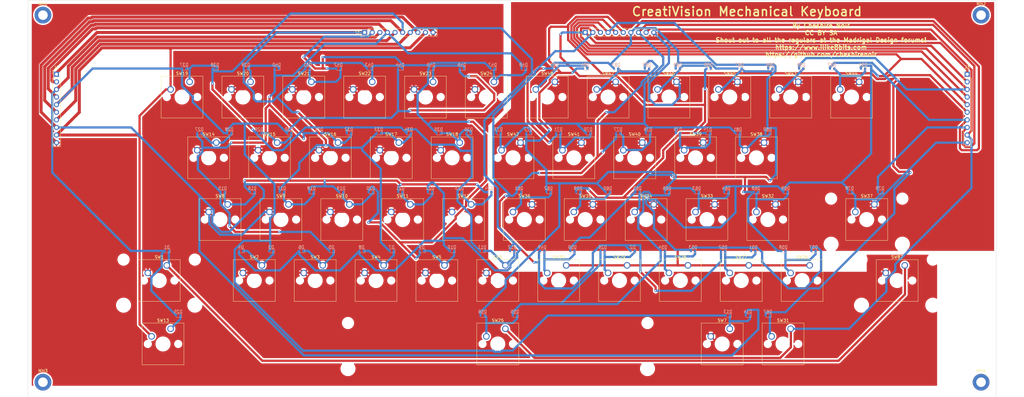
<source format=kicad_pcb>
(kicad_pcb (version 20211014) (generator pcbnew)
  (layers (0 "F.Cu" signal) (31 "B.Cu" signal) (34 "B.Paste" user) (35 "F.Paste" user) (36 "B.SilkS" user "B.Silkscreen") (37 "F.SilkS" user "F.Silkscreen") (38 "B.Mask" user) (39 "F.Mask" user) (44 "Edge.Cuts" user))
  (net 0 "")
  (net 1 "Net-(D1-Pad1)")
  (net 2 "Net-(D1-Pad2)")
  (net 3 "Net-(D2-Pad1)")
  (net 4 "Net-(D2-Pad2)")
  (net 5 "Net-(D3-Pad1)")
  (net 6 "Net-(D13-Pad2)")
  (net 7 "Net-(D10-Pad2)")
  (net 8 "Net-(D5-Pad1)")
  (net 9 "Net-(D15-Pad2)")
  (net 10 "Net-(D7-Pad1)")
  (net 11 "Net-(D17-Pad2)")
  (net 12 "Net-(D10-Pad1)")
  (net 13 "Net-(D20-Pad2)")
  (net 14 "Net-(D11-Pad1)")
  (net 15 "Net-(D11-Pad2)")
  (net 16 "Net-(D13-Pad1)")
  (net 17 "Net-(D14-Pad2)")
  (net 18 "Net-(D15-Pad1)")
  (net 19 "Net-(D17-Pad1)")
  (net 20 "Net-(D19-Pad1)")
  (net 21 "Net-(D21-Pad1)")
  (net 22 "Net-(D23-Pad1)")
  (net 23 "Net-(D25-Pad1)")
  (net 24 "Net-(D26-Pad2)")
  (net 25 "Net-(D27-Pad1)")
  (net 26 "Net-(D29-Pad1)")
  (net 27 "Net-(D31-Pad1)")
  (net 28 "Net-(D33-Pad1)")
  (net 29 "Net-(D35-Pad1)")
  (net 30 "Net-(D37-Pad1)")
  (net 31 "Net-(D39-Pad1)")
  (net 32 "Net-(D41-Pad1)")
  (net 33 "Net-(D43-Pad1)")
  (net 34 "Net-(D45-Pad1)")
  (net 35 "Net-(D47-Pad1)")
  (net 36 "Net-(D49-Pad1)")
  (net 37 "Net-(D50-Pad2)")
  (net 38 "Net-(D51-Pad1)")
  (net 39 "Net-(D51-Pad2)")
  (net 40 "Net-(D53-Pad1)")
  (net 41 "Net-(D55-Pad1)")
  (net 42 "Net-(D56-Pad2)")
  (net 43 "Net-(D57-Pad1)")
  (net 44 "Net-(D59-Pad1)")
  (net 45 "Net-(D61-Pad1)")
  (net 46 "Net-(D63-Pad1)")
  (net 47 "Net-(D65-Pad1)")
  (net 48 "Net-(D67-Pad1)")
  (net 49 "Net-(D67-Pad2)")
  (net 50 "Net-(D68-Pad1)")
  (net 51 "Net-(D70-Pad1)")
  (net 52 "Net-(D70-Pad2)")
  (net 53 "Net-(D71-Pad2)")
  (net 54 "Net-(D72-Pad1)")
  (net 55 "Net-(D74-Pad1)")
  (net 56 "Net-(D78-Pad1)")
  (net 57 "Net-(D80-Pad1)")
  (net 58 "Net-(D82-Pad1)")
  (net 59 "Net-(D84-Pad1)")
  (net 60 "Net-(D86-Pad1)")
  (net 61 "Net-(D88-Pad1)")
  (net 62 "Net-(D90-Pad1)")
  (net 63 "Net-(D91-Pad1)")
  (net 64 "Net-(J1-Pad9)")
  (net 65 "/Pin 10")
  (net 66 "Net-(J3-Pad9)")
  (net 67 "/Pin 10R")
  (net 68 "Net-(D76-Pad1)")
  (footprint "Button_Switch_Keyboard:SW_Cherry_MX_1.00u_PCB" (layer "F.Cu") (at 240.03 120.65)
    (fp_text reference "SW47")
    (fp_text value "Key 8")
  )
  (footprint "Button_Switch_Keyboard:SW_Cherry_MX_1.00u_PCB" (layer "F.Cu") (at 321.31 120.65)
    (fp_text reference "SW44")
    (fp_text value "Key :")
  )
  (footprint "MountingHole:MountingHole_3.2mm_M3_DIN965_Pad" (layer "F.Cu") (at 48.815 221.06)
    (fp_text reference "MH3")
    (fp_text value "MountingHole_3.2mm_M3_DIN965_Pad")
  )
  (footprint "Button_Switch_Keyboard:SW_Cherry_MX_1.00u_PCB" (layer "F.Cu") (at 179.07 120.65)
    (fp_text reference "SW23")
    (fp_text value "Key 5")
  )
  (footprint "Button_Switch_Keyboard:SW_Cherry_MX_1.00u_PCB" (layer "F.Cu") (at 269.24 140.97)
    (fp_text reference "SW39")
    (fp_text value "O")
  )
  (footprint "Button_Switch_Keyboard:SW_Cherry_MX_1.00u_PCB" (layer "F.Cu") (at 243.84 182)
    (fp_text reference "SW29")
    (fp_text value "M")
  )
  (footprint "Button_Switch_Keyboard:SW_Cherry_MX_1.00u_PCB" (layer "F.Cu") (at 284.48 182)
    (fp_text reference "SW27")
    (fp_text value "Key .")
  )
  (footprint "Connector_PinHeader_2.54mm:PinHeader_1x10_P2.54mm_Vertical" (layer "F.Cu") (at 156.21 104.14 90)
    (fp_text reference "J2")
    (fp_text value "10 pin to system")
  )
  (footprint "Button_Switch_Keyboard:SW_Cherry_MX_1.00u_PCB" (layer "F.Cu") (at 127 140.97)
    (fp_text reference "SW15")
    (fp_text value "W")
  )
  (footprint "Button_Switch_Keyboard:SW_Cherry_MX_2.25u_PCB" (layer "F.Cu") (at 326.39 161.61)
    (fp_text reference "SW37")
    (fp_text value "Return")
  )
  (footprint "Button_Switch_Keyboard:SW_Cherry_MX_1.00u_PCB" (layer "F.Cu") (at 147.32 140.97)
    (fp_text reference "SW16")
    (fp_text value "E")
  )
  (footprint "Button_Switch_Keyboard:SW_Cherry_MX_1.00u_PCB" (layer "F.Cu") (at 167.64 140.97)
    (fp_text reference "SW17")
    (fp_text value "R")
  )
  (footprint "Button_Switch_Keyboard:SW_Cherry_MX_1.00u_PCB" (layer "F.Cu") (at 228.6 140.97)
    (fp_text reference "SW41")
    (fp_text value "U")
  )
  (footprint "MountingHole:MountingHole_3.2mm_M3_DIN965_Pad" (layer "F.Cu") (at 48.815 98.345)
    (fp_text reference "MH1")
    (fp_text value "MountingHole_3.2mm_M3_DIN965_Pad")
  )
  (footprint "Button_Switch_Keyboard:SW_Cherry_MX_1.00u_PCB" (layer "F.Cu") (at 142.24 182)
    (fp_text reference "SW3")
    (fp_text value "X")
  )
  (footprint "Button_Switch_Keyboard:SW_Cherry_MX_1.00u_PCB" (layer "F.Cu") (at 264.16 182)
    (fp_text reference "SW28")
    (fp_text value "Key ,")
  )
  (footprint "Button_Switch_Keyboard:SW_Cherry_MX_1.00u_PCB" (layer "F.Cu") (at 121.92 182)
    (fp_text reference "SW2")
    (fp_text value "Z")
  )
  (footprint "Button_Switch_Keyboard:SW_Cherry_MX_1.00u_PCB" (layer "F.Cu") (at 300.99 120.65)
    (fp_text reference "SW43")
    (fp_text value "Key -")
  )
  (footprint "Button_Switch_Keyboard:SW_Cherry_MX_6.25u_PCB" (layer "F.Cu") (at 203.2 203.2)
    (fp_text reference "SW25")
    (fp_text value "Space")
  )
  (footprint "Button_Switch_Keyboard:SW_Cherry_MX_1.00u_PCB" (layer "F.Cu") (at 280.67 120.65)
    (fp_text reference "SW45")
    (fp_text value "Key 0")
  )
  (footprint "Button_Switch_Keyboard:SW_Cherry_MX_1.00u_PCB" (layer "F.Cu") (at 223.52 182)
    (fp_text reference "SW30")
    (fp_text value "N")
  )
  (footprint "Button_Switch_Keyboard:SW_Cherry_MX_1.00u_PCB" (layer "F.Cu") (at 298.45 203.2)
    (fp_text reference "SW31")
    (fp_text value "->")
  )
  (footprint "Button_Switch_Keyboard:SW_Cherry_MX_1.00u_PCB" (layer "F.Cu") (at 232.41 161.61)
    (fp_text reference "SW35")
    (fp_text value "J")
  )
  (footprint "Button_Switch_Keyboard:SW_Cherry_MX_1.00u_PCB" (layer "F.Cu") (at 162.56 182)
    (fp_text reference "SW4")
    (fp_text value "C")
  )
  (footprint "Button_Switch_Keyboard:SW_Cherry_MX_1.00u_PCB" (layer "F.Cu") (at 110.49 161.61)
    (fp_text reference "SW8")
    (fp_text value "A")
  )
  (footprint "Button_Switch_Keyboard:SW_Cherry_MX_1.25u_PCB" (layer "F.Cu") (at 91.44 203.2)
    (fp_text reference "SW13")
    (fp_text value "Ctrl")
  )
  (footprint "Button_Switch_Keyboard:SW_Cherry_MX_1.00u_PCB" (layer "F.Cu") (at 187.96 140.97)
    (fp_text reference "SW18")
    (fp_text value "T")
  )
  (footprint "Button_Switch_Keyboard:SW_Cherry_MX_1.00u_PCB" (layer "F.Cu") (at 219.71 120.65)
    (fp_text reference "SW48")
    (fp_text value "Key 7")
  )
  (footprint "Button_Switch_Keyboard:SW_Cherry_MX_1.00u_PCB" (layer "F.Cu") (at 97.79 120.65)
    (fp_text reference "SW19")
    (fp_text value "Key 1")
  )
  (footprint "MountingHole:MountingHole_3.2mm_M3_DIN965_Pad" (layer "F.Cu") (at 362.03 221.06)
    (fp_text reference "MH4")
    (fp_text value "MountingHole_3.2mm_M3_DIN965_Pad")
  )
  (footprint "Button_Switch_Keyboard:SW_Cherry_MX_1.00u_PCB" (layer "F.Cu") (at 130.81 161.61)
    (fp_text reference "SW9")
    (fp_text value "S")
  )
  (footprint "Button_Switch_Keyboard:SW_Cherry_MX_1.00u_PCB" (layer "F.Cu") (at 260.35 120.65)
    (fp_text reference "SW46")
    (fp_text value "Key 9")
  )
  (footprint "Button_Switch_Keyboard:SW_Cherry_MX_1.00u_PCB" (layer "F.Cu") (at 273.05 161.61)
    (fp_text reference "SW33")
    (fp_text value "L")
  )
  (footprint "Button_Switch_Keyboard:SW_Cherry_MX_1.00u_PCB" (layer "F.Cu") (at 138.43 120.65)
    (fp_text reference "SW21")
    (fp_text value "Key 3")
  )
  (footprint "Button_Switch_Keyboard:SW_Cherry_MX_1.00u_PCB" (layer "F.Cu") (at 158.75 120.65)
    (fp_text reference "SW22")
    (fp_text value "Key 4")
  )
  (footprint "Connector_PinHeader_2.54mm:PinHeader_1x10_P2.54mm_Vertical" (layer "F.Cu") (at 357.4 118.115)
    (fp_text reference "J3")
    (fp_text value "10 pin to joystick")
  )
  (footprint "Button_Switch_Keyboard:SW_Cherry_MX_1.00u_PCB" (layer "F.Cu") (at 289.56 140.97)
    (fp_text reference "SW38")
    (fp_text value "P")
  )
  (footprint "Button_Switch_Keyboard:SW_Cherry_MX_1.00u_PCB" (layer "F.Cu") (at 118.11 120.65)
    (fp_text reference "SW20")
    (fp_text value "Key 2")
  )
  (footprint "MountingHole:MountingHole_3.2mm_M3_DIN965_Pad" (layer "F.Cu") (at 362.03 98.345)
    (fp_text reference "MH2")
    (fp_text value "MountingHole_3.2mm_M3_DIN965_Pad")
  )
  (footprint "Button_Switch_Keyboard:SW_Cherry_MX_2.25u_PCB" (layer "F.Cu") (at 336.55 182)
    (fp_text reference "SW87")
    (fp_text value "R Shift")
  )
  (footprint "Button_Switch_Keyboard:SW_Cherry_MX_1.00u_PCB" (layer "F.Cu") (at 208.28 140.97)
    (fp_text reference "SW42")
    (fp_text value "Y")
  )
  (footprint "Button_Switch_Keyboard:SW_Cherry_MX_1.00u_PCB" (layer "F.Cu") (at 199.39 120.65)
    (fp_text reference "SW24")
    (fp_text value "Key 6")
  )
  (footprint "Connector_PinHeader_2.54mm:PinHeader_1x10_P2.54mm_Vertical" (layer "F.Cu") (at 229.87 104.14 90)
    (fp_text reference "J4")
    (fp_text value "10 pin to System")
  )
  (footprint "Button_Switch_Keyboard:SW_Cherry_MX_1.00u_PCB" (layer "F.Cu") (at 212.09 161.61)
    (fp_text reference "SW36")
    (fp_text value "H")
  )
  (footprint "Button_Switch_Keyboard:SW_Cherry_MX_1.00u_PCB" (layer "F.Cu") (at 278.13 203.2)
    (fp_text reference "SW7")
    (fp_text value "<-")
  )
  (footprint "Button_Switch_Keyboard:SW_Cherry_MX_1.00u_PCB" (layer "F.Cu") (at 191.77 161.61)
    (fp_text reference "SW12")
    (fp_text value "G")
  )
  (footprint "Button_Switch_Keyboard:SW_Cherry_MX_1.00u_PCB" (layer "F.Cu") (at 248.92 140.97)
    (fp_text reference "SW40")
    (fp_text value "I")
  )
  (footprint "Button_Switch_Keyboard:SW_Cherry_MX_1.00u_PCB" (layer "F.Cu") (at 151.13 161.61)
    (fp_text reference "SW10")
    (fp_text value "D")
  )
  (footprint "Button_Switch_Keyboard:SW_Cherry_MX_2.25u_PCB" (layer "F.Cu") (at 90.17 182)
    (fp_text reference "SW1")
    (fp_text value "L Shift")
  )
  (footprint "Button_Switch_Keyboard:SW_Cherry_MX_1.00u_PCB" (layer "F.Cu") (at 293.37 161.61)
    (fp_text reference "SW32")
    (fp_text value "Key ;")
  )
  (footprint "Button_Switch_Keyboard:SW_Cherry_MX_1.00u_PCB" (layer "F.Cu") (at 252.73 161.61)
    (fp_text reference "SW34")
    (fp_text value "K")
  )
  (footprint "Button_Switch_Keyboard:SW_Cherry_MX_1.00u_PCB" (layer "F.Cu") (at 171.45 161.61)
    (fp_text reference "SW11")
    (fp_text value "F")
  )
  (footprint "Button_Switch_Keyboard:SW_Cherry_MX_1.00u_PCB" (layer "F.Cu") (at 182.88 182)
    (fp_text reference "SW5")
    (fp_text value "V")
  )
  (footprint "Button_Switch_Keyboard:SW_Cherry_MX_1.00u_PCB" (layer "F.Cu") (at 106.68 140.97)
    (fp_text reference "SW14")
    (fp_text value "Q")
  )
  (footprint "Button_Switch_Keyboard:SW_Cherry_MX_1.00u_PCB" (layer "F.Cu") (at 304.8 182)
    (fp_text reference "SW26")
    (fp_text value "Key /")
  )
  (footprint "Connector_PinHeader_2.54mm:PinHeader_1x10_P2.54mm_Vertical" (layer "F.Cu") (at 53.34 118.115)
    (fp_text reference "J1")
    (fp_text value "10 pin to joystick")
  )
  (footprint "Button_Switch_Keyboard:SW_Cherry_MX_1.00u_PCB" (layer "F.Cu") (at 203.2 182)
    (fp_text reference "SW6")
    (fp_text value "B")
  )
  (footprint "Diode_SMD:D_SOD-523" (layer "B.Cu") (at 121.002104 137.795 180)
    (fp_text reference "D29")
    (fp_text value "CES521,L3F")
  )
  (footprint "Diode_SMD:D_SOD-523" (layer "B.Cu") (at 284.1625 198.755 180)
    (fp_text reference "D14")
    (fp_text value "CES521,L3F")
  )
  (footprint "Diode_SMD:D_SOD-523" (layer "B.Cu") (at 90.17 177.165 180)
    (fp_text reference "D1")
    (fp_text value "CES521,L3F")
  )
  (footprint "Diode_SMD:D_SOD-523" (layer "B.Cu") (at 225.592096 177.165 180)
    (fp_text reference "D50")
    (fp_text value "CES521,L3F")
  )
  (footprint "Diode_SMD:D_SOD-523" (layer "B.Cu") (at 197.819214 157.48 180)
    (fp_text reference "D24")
    (fp_text value "CES521,L3F")
  )
  (footprint "Diode_SMD:D_SOD-523" (layer "B.Cu") (at 200.89052 137.795 180)
    (fp_text reference "D73")
    (fp_text value "CES521,L3F")
  )
  (footprint "Diode_SMD:D_SOD-523" (layer "B.Cu") (at 157.758178 116.205 180)
    (fp_text reference "D43")
    (fp_text value "CES521,L3F")
  )
  (footprint "Diode_SMD:D_SOD-523" (layer "B.Cu") (at 158.24869 157.48 180)
    (fp_text reference "D20")
    (fp_text value "CES521,L3F")
  )
  (footprint "Diode_SMD:D_SOD-523" (layer "B.Cu") (at 296.745535 157.48 180)
    (fp_text reference "D69")
    (fp_text value "CES521,L3F")
  )
  (footprint "Diode_SMD:D_SOD-523" (layer "B.Cu") (at 255.771304 177.165 180)
    (fp_text reference "D54")
    (fp_text value "CES521,L3F")
  )
  (footprint "Diode_SMD:D_SOD-523" (layer "B.Cu") (at 306.07 177.165 180)
    (fp_text reference "D57")
    (fp_text value "CES521,L3F")
  )
  (footprint "Diode_SMD:D_SOD-523" (layer "B.Cu") (at 286.852893 157.48 180)
    (fp_text reference "D68")
    (fp_text value "CES521,L3F")
  )
  (footprint "Diode_SMD:D_SOD-523" (layer "B.Cu") (at 235.651832 177.165 180)
    (fp_text reference "D26")
    (fp_text value "CES521,L3F")
  )
  (footprint "Diode_SMD:D_SOD-523" (layer "B.Cu") (at 185.353152 177.165 180)
    (fp_text reference "D10")
    (fp_text value "CES521,L3F")
  )
  (footprint "Diode_SMD:D_SOD-523" (layer "B.Cu") (at 277.495 198.755 180)
    (fp_text reference "D13")
    (fp_text value "CES521,L3F")
  )
  (footprint "Diode_SMD:D_SOD-523" (layer "B.Cu") (at 95.95 116.205 180)
    (fp_text reference "D37")
    (fp_text value "CES521,L3F")
  )
  (footprint "Diode_SMD:D_SOD-523" (layer "B.Cu") (at 114.935 177.165 180)
    (fp_text reference "D4")
    (fp_text value "CES521,L3F")
  )
  (footprint "Diode_SMD:D_SOD-523" (layer "B.Cu") (at 318.135 157.48 180)
    (fp_text reference "D78")
    (fp_text value "CES521,L3F")
  )
  (footprint "Diode_SMD:D_SOD-523" (layer "B.Cu") (at 126.854089 116.205 180)
    (fp_text reference "D40")
    (fp_text value "CES521,L3F")
  )
  (footprint "Diode_SMD:D_SOD-523" (layer "B.Cu") (at 168.141321 157.48 180)
    (fp_text reference "D21")
    (fp_text value "CES521,L3F")
  )
  (footprint "Diode_SMD:D_SOD-523" (layer "B.Cu") (at 301.97726 116.205 180)
    (fp_text reference "D90")
    (fp_text value "CES521,L3F")
  )
  (footprint "Diode_SMD:D_SOD-523" (layer "B.Cu") (at 210.876572 137.795 180)
    (fp_text reference "D72")
    (fp_text value "CES521,L3F")
  )
  (footprint "Diode_SMD:D_SOD-523" (layer "B.Cu") (at 198.96363 116.205 180)
    (fp_text reference "D47")
    (fp_text value "CES521,L3F")
  )
  (footprint "Diode_SMD:D_SOD-523" (layer "B.Cu") (at 170.932364 137.795 180)
    (fp_text reference "D34")
    (fp_text value "CES521,L3F")
  )
  (footprint "Diode_SMD:D_SOD-523" (layer "B.Cu") (at 257.175 157.48 180)
    (fp_text reference "D66")
    (fp_text value "CES521,L3F")
  )
  (footprint "Diode_SMD:D_SOD-523" (layer "B.Cu") (at 250.470445 116.205 180)
    (fp_text reference "D82")
    (fp_text value "CES521,L3F")
  )
  (footprint "Diode_SMD:D_SOD-523" (layer "B.Cu") (at 260.806832 137.795 180)
    (fp_text reference "D75")
    (fp_text value "CES521,L3F")
  )
  (footprint "Diode_SMD:D_SOD-523" (layer "B.Cu") (at 291.675897 116.205 180)
    (fp_text reference "D86")
    (fp_text value "CES521,L3F")
  )
  (footprint "Diode_SMD:D_SOD-523" (layer "B.Cu") (at 280.778936 137.795 180)
    (fp_text reference "D81")
    (fp_text value "CES521,L3F")
  )
  (footprint "Diode_SMD:D_SOD-523" (layer "B.Cu") (at 275.890776 177.165 180)
    (fp_text reference "D52")
    (fp_text value "CES521,L3F")
  )
  (footprint "Diode_SMD:D_SOD-523" (layer "B.Cu") (at 147.456815 116.205 180)
    (fp_text reference "D42")
    (fp_text value "CES521,L3F")
  )
  (footprint "Diode_SMD:D_SOD-523" (layer "B.Cu") (at 118.678166 157.48 180)
    (fp_text reference "D16")
    (fp_text value "CES521,L3F")
  )
  (footprint "Diode_SMD:D_SOD-523" (layer "B.Cu") (at 227.497107 157.48 180)
    (fp_text reference "D59")
    (fp_text value "CES521,L3F")
  )
  (footprint "Diode_SMD:D_SOD-523" (layer "B.Cu") (at 178.033952 157.48 180)
    (fp_text reference "D22")
    (fp_text value "CES521,L3F")
  )
  (footprint "Diode_SMD:D_SOD-523" (layer "B.Cu") (at 260.771808 116.205 180)
    (fp_text reference "D89")
    (fp_text value "CES521,L3F")
  )
  (footprint "Diode_SMD:D_SOD-523" (layer "B.Cu") (at 180.918416 137.795 180)
    (fp_text reference "D35")
    (fp_text value "CES521,L3F")
  )
  (footprint "Diode_SMD:D_SOD-523" (layer "B.Cu") (at 267.067631 157.48 180)
    (fp_text reference "D63")
    (fp_text value "CES521,L3F")
  )
  (footprint "Diode_SMD:D_SOD-523" (layer "B.Cu") (at 160.946312 137.795 180)
    (fp_text reference "D33")
    (fp_text value "CES521,L3F")
  )
  (footprint "Diode_SMD:D_SOD-523" (layer "B.Cu") (at 124.994736 177.165 180)
    (fp_text reference "D3")
    (fp_text value "CES521,L3F")
  )
  (footprint "Diode_SMD:D_SOD-523" (layer "B.Cu") (at 195.412888 177.165 180)
    (fp_text reference "D11")
    (fp_text value "CES521,L3F")
  )
  (footprint "Diode_SMD:D_SOD-523" (layer "B.Cu") (at 165.23368 177.165 180)
    (fp_text reference "D7")
    (fp_text value "CES521,L3F")
  )
  (footprint "Diode_SMD:D_SOD-523" (layer "B.Cu") (at 148.356059 157.48 180)
    (fp_text reference "D19")
    (fp_text value "CES521,L3F")
  )
  (footprint "Diode_SMD:D_SOD-523" (layer "B.Cu") (at 106.251363 116.205 180)
    (fp_text reference "D38")
    (fp_text value "CES521,L3F")
  )
  (footprint "Diode_SMD:D_SOD-523" (layer "B.Cu") (at 265.83104 177.165 180)
    (fp_text reference "D53")
    (fp_text value "CES521,L3F")
  )
  (footprint "Diode_SMD:D_SOD-523" (layer "B.Cu") (at 190.904468 137.795 180)
    (fp_text reference "D36")
    (fp_text value "CES521,L3F")
  )
  (footprint "Diode_SMD:D_SOD-523" (layer "B.Cu") (at 140.974208 137.795 180)
    (fp_text reference "D31")
    (fp_text value "CES521,L3F")
  )
  (footprint "Diode_SMD:D_SOD-523" (layer "B.Cu") (at 101.03 137.795 180)
    (fp_text reference "D27")
    (fp_text value "CES521,L3F")
  )
  (footprint "Diode_SMD:D_SOD-523" (layer "B.Cu") (at 271.073171 116.205 180)
    (fp_text reference "D88")
    (fp_text value "CES521,L3F")
  )
  (footprint "Diode_SMD:D_SOD-523" (layer "B.Cu") (at 281.374534 116.205 180)
    (fp_text reference "D87")
    (fp_text value "CES521,L3F")
  )
  (footprint "Diode_SMD:D_SOD-523" (layer "B.Cu") (at 150.96026 137.795 180)
    (fp_text reference "D32")
    (fp_text value "CES521,L3F")
  )
  (footprint "Diode_SMD:D_SOD-523" (layer "B.Cu") (at 137.155452 116.205 180)
    (fp_text reference "D41")
    (fp_text value "CES521,L3F")
  )
  (footprint "Diode_SMD:D_SOD-523" (layer "B.Cu") (at 155.173944 177.165 180)
    (fp_text reference "D8")
    (fp_text value "CES521,L3F")
  )
  (footprint "Diode_SMD:D_SOD-523" (layer "B.Cu") (at 285.950512 177.165 180)
    (fp_text reference "D51")
    (fp_text value "CES521,L3F")
  )
  (footprint "Diode_SMD:D_SOD-523" (layer "B.Cu") (at 240.834728 137.795 180)
    (fp_text reference "D77")
    (fp_text value "CES521,L3F")
  )
  (footprint "Diode_SMD:D_SOD-523" (layer "B.Cu") (at 215.53236 177.165 180)
    (fp_text reference "D49")
    (fp_text value "CES521,L3F")
  )
  (footprint "Diode_SMD:D_SOD-523" (layer "B.Cu") (at 290.765 137.795 180)
    (fp_text reference "D80")
    (fp_text value "CES521,L3F")
  )
  (footprint "Diode_SMD:D_SOD-523" (layer "B.Cu") (at 175.293416 177.165 180)
    (fp_text reference "D9")
    (fp_text value "CES521,L3F")
  )
  (footprint "Diode_SMD:D_SOD-523" (layer "B.Cu") (at 240.169082 116.205 180)
    (fp_text reference "D83")
    (fp_text value "CES521,L3F")
  )
  (footprint "Diode_SMD:D_SOD-523" (layer "B.Cu") (at 207.711845 157.48 180)
    (fp_text reference "D61")
    (fp_text value "CES521,L3F")
  )
  (footprint "Diode_SMD:D_SOD-523" (layer "B.Cu") (at 130.988156 137.795 180)
    (fp_text reference "D30")
    (fp_text value "CES521,L3F")
  )
  (footprint "Diode_SMD:D_SOD-523" (layer "B.Cu") (at 93.98 198.755 180)
    (fp_text reference "D25")
    (fp_text value "CES521,L3F")
  )
  (footprint "Diode_SMD:D_SOD-523" (layer "B.Cu") (at 290.83 198.755 180)
    (fp_text reference "D67")
    (fp_text value "CES521,L3F")
  )
  (footprint "Diode_SMD:D_SOD-523" (layer "B.Cu") (at 276.960262 157.48 180)
    (fp_text reference "D64")
    (fp_text value "CES521,L3F")
  )
  (footprint "Diode_SMD:D_SOD-523" (layer "B.Cu") (at 217.604476 157.48 180)
    (fp_text reference "D62")
    (fp_text value "CES521,L3F")
  )
  (footprint "Diode_SMD:D_SOD-523" (layer "B.Cu") (at 188.662267 116.205 180)
    (fp_text reference "D46")
    (fp_text value "CES521,L3F")
  )
  (footprint "Diode_SMD:D_SOD-523" (layer "B.Cu") (at 138.463428 157.48 180)
    (fp_text reference "D18")
    (fp_text value "CES521,L3F")
  )
  (footprint "Diode_SMD:D_SOD-523" (layer "B.Cu") (at 111.016052 137.795 180)
    (fp_text reference "D28")
    (fp_text value "CES521,L3F")
  )
  (footprint "Diode_SMD:D_SOD-523" (layer "B.Cu") (at 168.059541 116.205 180)
    (fp_text reference "D44")
    (fp_text value "CES521,L3F")
  )
  (footprint "Diode_SMD:D_SOD-523" (layer "B.Cu") (at 128.570797 157.48 180)
    (fp_text reference "D17")
    (fp_text value "CES521,L3F")
  )
  (footprint "Diode_SMD:D_SOD-523" (layer "B.Cu") (at 328.295 157.48 180)
    (fp_text reference "D79")
    (fp_text value "CES521,L3F")
  )
  (footprint "Diode_SMD:D_SOD-523" (layer "B.Cu") (at 209.264993 116.205 180)
    (fp_text reference "D48")
    (fp_text value "CES521,L3F")
  )
  (footprint "Diode_SMD:D_SOD-523" (layer "B.Cu") (at 187.926583 157.48 180)
    (fp_text reference "D23")
    (fp_text value "CES521,L3F")
  )
  (footprint "Diode_SMD:D_SOD-523" (layer "B.Cu") (at 205.472624 177.165 180)
    (fp_text reference "D12")
    (fp_text value "CES521,L3F")
  )
  (footprint "Diode_SMD:D_SOD-523" (layer "B.Cu") (at 229.867719 116.205 180)
    (fp_text reference "D84")
    (fp_text value "CES521,L3F")
  )
  (footprint "Diode_SMD:D_SOD-523" (layer "B.Cu") (at 270.792884 137.795 180)
    (fp_text reference "D74")
    (fp_text value "CES521,L3F")
  )
  (footprint "Diode_SMD:D_SOD-523" (layer "B.Cu") (at 296.010248 177.165 180)
    (fp_text reference "D58")
    (fp_text value "CES521,L3F")
  )
  (footprint "Diode_SMD:D_SOD-523" (layer "B.Cu") (at 206.375 198.755 180)
    (fp_text reference "D55")
    (fp_text value "CES521,L3F")
  )
  (footprint "Diode_SMD:D_SOD-523" (layer "B.Cu") (at 322.58 116.205 180)
    (fp_text reference "D91")
    (fp_text value "CES521,L3F")
  )
  (footprint "Diode_SMD:D_SOD-523" (layer "B.Cu") (at 178.360904 116.205 180)
    (fp_text reference "D45")
    (fp_text value "CES521,L3F")
  )
  (footprint "Diode_SMD:D_SOD-523" (layer "B.Cu") (at 230.848676 137.795 180)
    (fp_text reference "D70")
    (fp_text value "CES521,L3F")
  )
  (footprint "Diode_SMD:D_SOD-523" (layer "B.Cu") (at 195.58 198.755 180)
    (fp_text reference "D56")
    (fp_text value "CES521,L3F")
  )
  (footprint "Diode_SMD:D_SOD-523" (layer "B.Cu") (at 219.566356 116.205 180)
    (fp_text reference "D85")
    (fp_text value "CES521,L3F")
  )
  (footprint "Diode_SMD:D_SOD-523" (layer "B.Cu") (at 312.278623 116.205 180)
    (fp_text reference "D92")
    (fp_text value "CES521,L3F")
  )
  (footprint "Diode_SMD:D_SOD-523" (layer "B.Cu") (at 247.282369 157.48 180)
    (fp_text reference "D65")
    (fp_text value "CES521,L3F")
  )
  (footprint "Diode_SMD:D_SOD-523" (layer "B.Cu") (at 220.862624 137.795 180)
    (fp_text reference "D71")
    (fp_text value "CES521,L3F")
  )
  (footprint "Diode_SMD:D_SOD-523" (layer "B.Cu") (at 116.552726 116.205 180)
    (fp_text reference "D39")
    (fp_text value "CES521,L3F")
  )
  (footprint "Diode_SMD:D_SOD-523" (layer "B.Cu") (at 250.82078 137.795 180)
    (fp_text reference "D76")
    (fp_text value "CES521,L3F")
  )
  (footprint "Diode_SMD:D_SOD-523" (layer "B.Cu") (at 245.711568 177.165 180)
    (fp_text reference "D2")
    (fp_text value "CES521,L3F")
  )
  (footprint "Diode_SMD:D_SOD-523" (layer "B.Cu") (at 135.054472 177.165 180)
    (fp_text reference "D6")
    (fp_text value "CES521,L3F")
  )
  (footprint "Diode_SMD:D_SOD-523" (layer "B.Cu") (at 145.114208 177.165 180)
    (fp_text reference "D5")
    (fp_text value "CES521,L3F")
  )
  (footprint "Diode_SMD:D_SOD-523" (layer "B.Cu") (at 237.389738 157.48 180)
    (fp_text reference "D60")
    (fp_text value "CES521,L3F")
  )
  (footprint "Diode_SMD:D_SOD-523" (layer "B.Cu") (at 108.785535 157.48 180)
    (fp_text reference "D15")
    (fp_text value "CES521,L3F")
  )
  (gr_rect (start 43.815 93.345) (end 367.03 226.06) (layer "Edge.Cuts") (width 0.1) (fill none))
  (gr_text "By Cheshire Noir\nCC BY SA\nShout out to all the regulars at the Madrigal Design forums!\nhttps://www.ilike8bits.com\nhttps://github.com/cheshirenoir" (at 308.61 106.68) (layer "F.SilkS") (effects (font (size 1.5 1.5) (thickness 0.3))))
  (gr_text "CreatiVision Mechanical Keyboard" (at 283.845 97.155) (layer "F.SilkS") (effects (font (size 3 3) (thickness 0.5))))
  (segment (start 336.634521 191.685479) (end 336.634521 182.084521) (width 0.75) (layer "F.Cu") (net 1))
  (segment (start 336.634521 182.084521) (end 336.55 182) (width 0.75) (layer "F.Cu") (net 1))
  (segment (start 122.065479 213.895479) (end 314.424521 213.895479) (width 0.75) (layer "F.Cu") (net 1))
  (segment (start 314.424521 213.895479) (end 336.634521 191.685479) (width 0.75) (layer "F.Cu") (net 1))
  (segment (start 90.17 182) (end 122.065479 213.895479) (width 0.75) (layer "F.Cu") (net 1))
  (segment (start 90.87 181.3) (end 90.87 177.165) (width 0.75) (layer "B.Cu") (net 1))
  (segment (start 90.17 182) (end 90.87 181.3) (width 0.75) (layer "B.Cu") (net 1))
  (segment (start 57.29098 119.24402) (end 53.34 123.195) (width 1) (layer "F.Cu") (net 2))
  (segment (start 159.740489 105.689511) (end 67.021395 105.689513) (width 1) (layer "F.Cu") (net 2))
  (segment (start 67.021395 105.689513) (end 57.29098 115.419928) (width 1) (layer "F.Cu") (net 2))
  (segment (start 57.29098 115.419928) (end 57.29098 119.24402) (width 1) (layer "F.Cu") (net 2))
  (segment (start 161.29 104.14) (end 159.740489 105.689511) (width 1) (layer "F.Cu") (net 2))
  (segment (start 51.915489 150.975489) (end 51.915489 124.619511) (width 0.75) (layer "B.Cu") (net 2))
  (segment (start 85.005479 185.992887) (end 88.495489 182.502877) (width 0.75) (layer "B.Cu") (net 2))
  (segment (start 88.495489 178.139511) (end 89.47 177.165) (width 0.75) (layer "B.Cu") (net 2))
  (segment (start 85.005479 190.480479) (end 85.005479 185.992887) (width 0.75) (layer "B.Cu") (net 2))
  (segment (start 78.105 177.165) (end 51.915489 150.975489) (width 0.75) (layer "B.Cu") (net 2))
  (segment (start 93.28 198.755) (end 85.005479 190.480479) (width 0.75) (layer "B.Cu") (net 2))
  (segment (start 51.915489 124.619511) (end 53.34 123.195) (width 0.75) (layer "B.Cu") (net 2))
  (segment (start 88.495489 182.502877) (end 88.495489 178.139511) (width 0.75) (layer "B.Cu") (net 2))
  (segment (start 89.47 177.165) (end 78.105 177.165) (width 0.75) (layer "B.Cu") (net 2))
  (segment (start 246.411568 177.564022) (end 246.411568 177.165) (width 0.75) (layer "B.Cu") (net 3))
  (segment (start 236.351832 177.165) (end 236.351832 179.201832) (width 0.75) (layer "B.Cu") (net 3))
  (segment (start 236.351832 183.401832) (end 237.49 184.54) (width 0.75) (layer "B.Cu") (net 3))
  (segment (start 244.773758 179.201832) (end 246.411568 177.564022) (width 0.75) (layer "B.Cu") (net 3))
  (segment (start 236.351832 179.201832) (end 244.773758 179.201832) (width 0.75) (layer "B.Cu") (net 3))
  (segment (start 236.351832 179.201832) (end 236.351832 183.401832) (width 0.75) (layer "B.Cu") (net 3))
  (segment (start 233.9975 145.7325) (end 233.9975 133.6675) (width 0.75) (layer "F.Cu") (net 4))
  (segment (start 253.365 189.865) (end 253.365 189.23) (width 0.75) (layer "F.Cu") (net 4))
  (segment (start 253.365 189.23) (end 248.285 184.15) (width 0.75) (layer "F.Cu") (net 4))
  (segment (start 233.9975 145.7325) (end 235.585 144.145) (width 0.75) (layer "F.Cu") (net 4))
  (segment (start 214.63 151.13) (end 228.6 151.13) (width 0.75) (layer "F.Cu") (net 4))
  (segment (start 253.365 190.5) (end 253.365 189.865) (width 0.75) (layer "F.Cu") (net 4))
  (segment (start 345.341956 108.596956) (end 357.4 120.655) (width 0.75) (layer "F.Cu") (net 4))
  (segment (start 201.295 169.545) (end 201.295 160.655) (width 0.75) (layer "F.Cu") (net 4))
  (segment (start 230.985489 102.715489) (end 228.445489 102.715489) (width 0.75) (layer "F.Cu") (net 4))
  (segment (start 233.9975 133.6675) (end 236.855 130.81) (width 0.75) (layer "F.Cu") (net 4))
  (segment (start 212.725 180.975) (end 201.295 169.545) (width 0.75) (layer "F.Cu") (net 4))
  (segment (start 201.295 160.655) (end 203.2 158.75) (width 0.75) (layer "F.Cu") (net 4))
  (segment (start 228.445489 102.715489) (end 228.445489 105.56451) (width 0.75) (layer "F.Cu") (net 4))
  (segment (start 231.477935 108.596956) (end 345.341956 108.596956) (width 0.75) (layer "F.Cu") (net 4))
  (segment (start 232.41 104.14) (end 230.985489 102.715489) (width 0.75) (layer "F.Cu") (net 4))
  (segment (start 228.445489 105.56451) (end 231.477935 108.596956) (width 0.75) (layer "F.Cu") (net 4))
  (segment (start 228.6 151.13) (end 233.9975 145.7325) (width 0.75) (layer "F.Cu") (net 4))
  (via (at 203.2 158.75) (size 0.8) (drill 0.4) (layers "F.Cu" "B.Cu") (net 4))
  (via (at 248.285 184.15) (size 0.8) (drill 0.4) (layers "F.Cu" "B.Cu") (net 4))
  (via (at 253.365 190.5) (size 0.8) (drill 0.4) (layers "F.Cu" "B.Cu") (net 4))
  (via (at 214.63 151.13) (size 0.8) (drill 0.4) (layers "F.Cu" "B.Cu") (net 4))
  (via (at 236.855 130.81) (size 0.8) (drill 0.4) (layers "F.Cu" "B.Cu") (net 4))
  (via (at 235.585 144.145) (size 0.8) (drill 0.4) (layers "F.Cu" "B.Cu") (net 4))
  (via (at 212.725 180.975) (size 0.8) (drill 0.4) (layers "F.Cu" "B.Cu") (net 4))
  (segment (start 252.095 113.665) (end 251.210445 113.665) (width 0.75) (layer "B.Cu") (net 4))
  (segment (start 225.520768 189.704521) (end 232.41 182.815289) (width 0.75) (layer "B.Cu") (net 4))
  (segment (start 240.134728 139.595272) (end 240.134728 137.795) (width 0.75) (layer "B.Cu") (net 4))
  (segment (start 243.106568 175.26) (end 245.011568 177.165) (width 0.75) (layer "B.Cu") (net 4))
  (segment (start 216.439232 189.704521) (end 225.520768 189.704521) (width 0.75) (layer "B.Cu") (net 4))
  (segment (start 213.039511 117.2333) (end 219.864511 110.4083) (width 0.75) (layer "B.Cu") (net 4))
  (segment (start 234.95 175.26) (end 243.106568 175.26) (width 0.75) (layer "B.Cu") (net 4))
  (segment (start 232.41 177.8) (end 234.95 175.26) (width 0.75) (layer "B.Cu") (net 4))
  (segment (start 248.285 175.26) (end 243.106568 175.26) (width 0.75) (layer "B.Cu") (net 4))
  (segment (start 249.770445 115.105) (end 249.770445 116.205) (width 0.75) (layer "B.Cu") (net 4))
  (segment (start 205.105 158.75) (end 199.185479 152.830479) (width 0.75) (layer "B.Cu") (net 4))
  (segment (start 275.190776 180.674513) (end 265.365289 190.5) (width 0.75) (layer "B.Cu") (net 4))
  (segment (start 248.706269 121.67902) (end 248.706269 120.790919) (width 0.75) (layer "B.Cu") (net 4))
  (segment (start 251.210445 113.665) (end 249.770445 115.105) (width 0.75) (layer "B.Cu") (net 4))
  (segment (start 265.365289 190.5) (end 253.365 190.5) (width 0.75) (layer "B.Cu") (net 4))
  (segment (start 214.83236 177.165) (end 214.425479 177.571881) (width 0.75) (layer "B.Cu") (net 4))
  (segment (start 214.425479 187.690768) (end 216.439232 189.704521) (width 0.75) (layer "B.Cu") (net 4))
  (segment (start 226.1417 110.4083) (end 232.41 104.14) (width 0.75) (layer "B.Cu") (net 4))
  (segment (start 275.190776 177.165) (end 275.190776 180.674513) (width 0.75) (layer "B.Cu") (net 4))
  (segment (start 214.425479 181.179521) (end 214.220958 180.975) (width 0.75) (layer "B.Cu") (net 4))
  (segment (start 214.220958 180.975) (end 212.725 180.975) (width 0.75) (layer "B.Cu") (net 4))
  (segment (start 212.261845 151.13) (end 214.63 151.13) (width 0.75) (layer "B.Cu") (net 4))
  (segment (start 236.855 130.81) (end 239.575289 130.81) (width 0.75) (layer "B.Cu") (net 4))
  (segment (start 219.864511 110.4083) (end 226.1417 110.4083) (width 0.75) (layer "B.Cu") (net 4))
  (segment (start 205.105 158.75) (end 205.741845 158.75) (width 0.75) (layer "B.Cu") (net 4))
  (segment (start 203.2 158.75) (end 205.105 158.75) (width 0.75) (layer "B.Cu") (net 4))
  (segment (start 214.425479 181.179521) (end 214.425479 187.690768) (width 0.75) (layer "B.Cu") (net 4))
  (segment (start 235.585 144.145) (end 240.134728 139.595272) (width 0.75) (layer "B.Cu") (net 4))
  (segment (start 253.963594 115.533594) (end 252.095 113.665) (width 0.75) (layer "B.Cu") (net 4))
  (segment (start 213.039511 118.048589) (end 213.039511 117.2333) (width 0.75) (layer "B.Cu") (net 4))
  (segment (start 239.575289 130.81) (end 248.706269 121.67902) (width 0.75) (layer "B.Cu") (net 4))
  (segment (start 248.706269 120.790919) (end 253.963594 115.533594) (width 0.75) (layer "B.Cu") (net 4))
  (segment (start 199.185479 131.902621) (end 213.039511 118.048589) (width 0.75) (layer "B.Cu") (net 4))
  (segment (start 248.285 184.15) (end 248.285 175.26) (width 0.75) (layer "B.Cu") (net 4))
  (segment (start 232.41 182.815289) (end 232.41 177.8) (width 0.75) (layer "B.Cu") (net 4))
  (segment (start 199.185479 152.830479) (end 199.185479 131.902621) (width 0.75) (layer "B.Cu") (net 4))
  (segment (start 207.011845 157.48) (end 207.011845 156.38) (width 0.75) (layer "B.Cu") (net 4))
  (segment (start 214.425479 177.571881) (end 214.425479 181.179521) (width 0.75) (layer "B.Cu") (net 4))
  (segment (start 207.011845 156.38) (end 212.261845 151.13) (width 0.75) (layer "B.Cu") (net 4))
  (segment (start 205.741845 158.75) (end 207.011845 157.48) (width 0.75) (layer "B.Cu") (net 4))
  (segment (start 117.085 177.165) (end 121.92 182) (width 0.75) (layer "B.Cu") (net 5))
  (segment (start 125.694736 178.225264) (end 125.694736 177.165) (width 0.75) (layer "B.Cu") (net 5))
  (segment (start 115.635 177.165) (end 117.085 177.165) (width 0.75) (layer "B.Cu") (net 5))
  (segment (start 121.92 182) (end 125.694736 178.225264) (width 0.75) (layer "B.Cu") (net 5))
  (segment (start 166.37 104.14) (end 163.620978 106.889022) (width 1) (layer "F.Cu") (net 6))
  (segment (start 199.474521 124.642887) (end 193.576634 118.745) (width 0.75) (layer "F.Cu") (net 6))
  (segment (start 58.560979 115.846293) (end 58.560979 123.054021) (width 1) (layer "F.Cu") (net 6))
  (segment (start 171.45 130.175) (end 196.116634 130.175) (width 0.75) (layer "F.Cu") (net 6))
  (segment (start 58.560979 123.054021) (end 53.34 128.275) (width 1) (layer "F.Cu") (net 6))
  (segment (start 163.620978 106.889022) (end 67.518249 106.889023) (width 1) (layer "F.Cu") (net 6))
  (segment (start 67.518249 106.889023) (end 58.560979 115.846293) (width 1) (layer "F.Cu") (net 6))
  (segment (start 193.576634 118.745) (end 191.135 118.745) (width 0.75) (layer "F.Cu") (net 6))
  (segment (start 196.116634 130.175) (end 199.474521 126.817113) (width 0.75) (layer "F.Cu") (net 6))
  (segment (start 199.474521 126.817113) (end 199.474521 124.642887) (width 0.75) (layer "F.Cu") (net 6))
  (via (at 191.135 118.745) (size 0.8) (drill 0.4) (layers "F.Cu" "B.Cu") (net 6))
  (via (at 171.45 130.175) (size 0.8) (drill 0.4) (layers "F.Cu" "B.Cu") (net 6))
  (segment (start 217.350289 198.755) (end 205.5998 210.505489) (width 0.75) (layer "B.Cu") (net 6))
  (segment (start 95.25 122.018366) (end 98.855479 125.623845) (width 0.75) (layer "B.Cu") (net 6))
  (segment (start 199.173855 210.505489) (end 135.6402 210.505489) (width 0.75) (layer "B.Cu") (net 6))
  (segment (start 276.795 198.755) (end 217.350289 198.755) (width 0.75) (layer "B.Cu") (net 6))
  (segment (start 130.288156 137.795) (end 130.288156 137.395978) (width 0.75) (layer "B.Cu") (net 6))
  (segment (start 167.359541 130.455459) (end 171.169541 130.455459) (width 0.75) (layer "B.Cu") (net 6))
  (segment (start 110.316052 137.795) (end 110.316052 136.695) (width 0.75) (layer "B.Cu") (net 6))
  (segment (start 95.25 116.205) (end 65.41 116.205) (width 0.75) (layer "B.Cu") (net 6))
  (segment (start 98.855479 125.623845) (end 98.855479 127.384427) (width 0.75) (layer "B.Cu") (net 6))
  (segment (start 127.113156 134.62) (end 130.288156 137.795) (width 0.75) (layer "B.Cu") (net 6))
  (segment (start 135.6402 210.505489) (end 112.825479 187.690768) (width 0.75) (layer "B.Cu") (net 6))
  (segment (start 191.135 118.745) (end 189.402267 118.745) (width 0.75) (layer "B.Cu") (net 6))
  (segment (start 202.146145 210.505489) (end 201.747113 210.904521) (width 0.75) (layer "B.Cu") (net 6))
  (segment (start 199.572887 210.904521) (end 199.173855 210.505489) (width 0.75) (layer "B.Cu") (net 6))
  (segment (start 112.391052 134.62) (end 116.205 134.62) (width 0.75) (layer "B.Cu") (net 6))
  (segment (start 171.169541 130.455459) (end 171.45 130.175) (width 0.75) (layer "B.Cu") (net 6))
  (segment (start 124.294736 177.165) (end 124.664521 176.795215) (width 0.75) (layer "B.Cu") (net 6))
  (segment (start 165.1 132.715) (end 167.359541 130.455459) (width 0.75) (layer "B.Cu") (net 6))
  (segment (start 116.205 144.960289) (end 116.205 134.62) (width 0.75) (layer "B.Cu") (net 6))
  (segment (start 167.359541 130.455459) (end 167.359541 116.205) (width 0.75) (layer "B.Cu") (net 6))
  (segment (start 98.855479 127.384427) (end 109.266052 137.795) (width 0.75) (layer "B.Cu") (net 6))
  (segment (start 201.747113 210.904521) (end 199.572887 210.904521) (width 0.75) (layer "B.Cu") (net 6))
  (segment (start 126.134511 164.843606) (end 126.134511 154.8898) (width 0.75) (layer "B.Cu") (net 6))
  (segment (start 130.288156 137.395978) (end 134.969134 132.715) (width 0.75) (layer "B.Cu") (net 6))
  (segment (start 112.825479 187.690768) (end 112.825479 176.775499) (width 0.75) (layer "B.Cu") (net 6))
  (segment (start 95.25 116.205) (end 95.25 122.018366) (width 0.75) (layer "B.Cu") (net 6))
  (segment (start 116.205 134.62) (end 127.113156 134.62) (width 0.75) (layer "B.Cu") (net 6))
  (segment (start 134.969134 132.715) (end 165.1 132.715) (width 0.75) (layer "B.Cu") (net 6))
  (segment (start 112.825479 176.775499) (end 115.815499 173.785479) (width 0.75) (layer "B.Cu") (net 6))
  (segment (start 110.316052 136.695) (end 112.391052 134.62) (width 0.75) (layer "B.Cu") (net 6))
  (segment (start 124.664521 173.785479) (end 124.664521 166.313596) (width 0.75) (layer "B.Cu") (net 6))
  (segment (start 189.402267 118.745) (end 187.962267 117.305) (width 0.75) (layer "B.Cu") (net 6))
  (segment (start 115.815499 173.785479) (end 124.664521 173.785479) (width 0.75) (layer "B.Cu") (net 6))
  (segment (start 126.134511 154.8898) (end 116.205 144.960289) (width 0.75) (layer "B.Cu") (net 6))
  (segment (start 124.664521 176.795215) (end 124.664521 173.785479) (width 0.75) (layer "B.Cu") (net 6))
  (segment (start 187.962267 117.305) (end 187.962267 116.205) (width 0.75) (layer "B.Cu") (net 6))
  (segment (start 124.664521 166.313596) (end 126.134511 164.843606) (width 0.75) (layer "B.Cu") (net 6))
  (segment (start 65.41 116.205) (end 53.34 128.275) (width 0.75) (layer "B.Cu") (net 6))
  (segment (start 109.266052 137.795) (end 110.316052 137.795) (width 0.75) (layer "B.Cu") (net 6))
  (segment (start 205.5998 210.505489) (end 202.146145 210.505489) (width 0.75) (layer "B.Cu") (net 6))
  (segment (start 171.45 104.14) (end 167.501467 108.088533) (width 1) (layer "F.Cu") (net 7))
  (segment (start 59.76049 126.93451) (end 53.34 133.355) (width 1) (layer "F.Cu") (net 7))
  (segment (start 68.015102 108.088534) (end 59.76049 116.343146) (width 1) (layer "F.Cu") (net 7))
  (segment (start 59.76049 116.343146) (end 59.76049 126.93451) (width 1) (layer "F.Cu") (net 7))
  (segment (start 167.501467 108.088533) (end 68.015102 108.088534) (width 1) (layer "F.Cu") (net 7))
  (segment (start 212.09 113.03) (end 201.775489 102.715489) (width 0.75) (layer "B.Cu") (net 7))
  (segment (start 159.883455 183.674511) (end 166.284883 183.674511) (width 0.75) (layer "B.Cu") (net 7))
  (segment (start 196.215 133.530289) (end 212.09 117.655289) (width 0.75) (layer "B.Cu") (net 7))
  (segment (start 204.772624 176.065) (end 206.212624 174.625) (width 0.75) (layer "B.Cu") (net 7))
  (segment (start 207.122144 179.42068) (end 204.874511 181.668313) (width 0.75) (layer "B.Cu") (net 7))
  (segment (start 166.284883 183.674511) (end 176.173915 173.785479) (width 0.75) (layer "B.Cu") (net 7))
  (segment (start 206.293812 174.706188) (end 208.28 176.692376) (width 0.75) (layer "B.Cu") (net 7))
  (segment (start 114.235 178.265) (end 114.235 177.165) (width 0.75) (layer "B.Cu") (net 7))
  (segment (start 179.07 154.305) (end 178.435 154.305) (width 0.75) (layer "B.Cu") (net 7))
  (segment (start 182.675479 173.785479) (end 182.675479 172.924521) (width 0.75) (layer "B.Cu") (net 7))
  (segment (start 147.964433 183.674511) (end 139.763983 183.674511) (width 0.75) (layer "B.Cu") (net 7))
  (segment (start 154.473944 177.165) (end 154.473944 178.265) (width 0.75) (layer "B.Cu") (net 7))
  (segment (start 200.66 169.072376) (end 200.66 156.21) (width 0.75) (layer "B.Cu") (net 7))
  (segment (start 188.962898 172.924521) (end 182.675479 172.924521) (width 0.75) (layer "B.Cu") (net 7))
  (segment (start 200.66 156.21) (end 196.215 151.765) (width 0.75) (layer "B.Cu") (net 7))
  (segment (start 204.874511 181.668313) (end 204.874511 182.693606) (width 0.75) (layer "B.Cu") (net 7))
  (segment (start 201.775489 102.715489) (end 172.874511 102.715489) (width 0.75) (layer "B.Cu") (net 7))
  (segment (start 177.333952 155.406048) (end 177.333952 157.48) (width 0.75) (layer "B.Cu") (net 7))
  (segment (start 139.763983 183.674511) (end 134.354472 178.265) (width 0.75) (layer "B.Cu") (net 7))
  (segment (start 182.675479 172.924521) (end 182.675479 157.910479) (width 0.75) (layer "B.Cu") (net 7))
  (segment (start 196.215 151.765) (end 196.215 133.530289) (width 0.75) (layer "B.Cu") (net 7))
  (segment (start 119.644511 183.674511) (end 114.235 178.265) (width 0.75) (layer "B.Cu") (net 7))
  (segment (start 172.874511 102.715489) (end 171.45 104.14) (width 0.75) (layer "B.Cu") (net 7))
  (segment (start 199.712888 183.674511) (end 188.962898 172.924521) (width 0.75) (layer "B.Cu") (net 7))
  (segment (start 127.844961 183.674511) (end 119.644511 183.674511) (width 0.75) (layer "B.Cu") (net 7))
  (segment (start 206.212624 174.625) (end 206.293812 174.706188) (width 0.75) (layer "B.Cu") (net 7))
  (segment (start 204.772624 177.165) (end 204.772624 176.065) (width 0.75) (layer "B.Cu") (net 7))
  (segment (start 182.675479 157.910479) (end 179.07 154.305) (width 0.75) (layer "B.Cu") (net 7))
  (segment (start 184.653152 177.165) (end 182.675479 175.187327) (width 0.75) (layer "B.Cu") (net 7))
  (segment (start 134.354472 178.265) (end 134.354472 177.165) (width 0.75) (layer "B.Cu") (net 7))
  (segment (start 134.354472 177.165) (end 127.844961 183.674511) (width 0.75) (layer "B.Cu") (net 7))
  (segment (start 154.473944 177.165) (end 147.964433 183.674511) (width 0.75) (layer "B.Cu") (net 7))
  (segment (start 154.473944 178.265) (end 159.883455 183.674511) (width 0.75) (layer "B.Cu") (net 7))
  (segment (start 204.874511 182.693606) (end 203.893606 183.674511) (width 0.75) (layer "B.Cu") (net 7))
  (segment (start 206.293812 174.706188) (end 200.66 169.072376) (width 0.75) (layer "B.Cu") (net 7))
  (segment (start 208.28 176.692376) (end 207.122144 177.850232) (width 0.75) (layer "B.Cu") (net 7))
  (segment (start 176.173915 173.785479) (end 182.675479 173.785479) (width 0.75) (layer "B.Cu") (net 7))
  (segment (start 203.893606 183.674511) (end 199.712888 183.674511) (width 0.75) (layer "B.Cu") (net 7))
  (segment (start 178.435 154.305) (end 177.333952 155.406048) (width 0.75) (layer "B.Cu") (net 7))
  (segment (start 207.122144 177.850232) (end 207.122144 179.42068) (width 0.75) (layer "B.Cu") (net 7))
  (segment (start 182.675479 175.187327) (end 182.675479 173.785479) (width 0.75) (layer "B.Cu") (net 7))
  (segment (start 212.09 117.655289) (end 212.09 113.03) (width 0.75) (layer "B.Cu") (net 7))
  (segment (start 135.754472 177.165) (end 137.405 177.165) (width 0.75) (layer "B.Cu") (net 8))
  (segment (start 137.405 177.165) (end 142.24 182) (width 0.75) (layer "B.Cu") (net 8))
  (segment (start 145.814208 178.425792) (end 145.814208 177.165) (width 0.75) (layer "B.Cu") (net 8))
  (segment (start 142.24 182) (end 145.814208 178.425792) (width 0.75) (layer "B.Cu") (net 8))
  (segment (start 64.918642 101.740972) (end 50.590978 116.068636) (width 1) (layer "F.Cu") (net 9))
  (segment (start 123.19 140.335) (end 122.555 140.97) (width 0.75) (layer "F.Cu") (net 9))
  (segment (start 123.825 128.905) (end 123.19 129.54) (width 0.75) (layer "F.Cu") (net 9))
  (segment (start 161.080978 101.390978) (end 66.258113 101.390979) (width 1) (layer "F.Cu") (net 9))
  (segment (start 135.89 139.7) (end 124.46 128.27) (width 0.75) (layer "F.Cu") (net 9))
  (segment (start 127.635 170.815) (end 113.03 170.815) (width 0.75) (layer "F.Cu") (net 9))
  (segment (start 50.590978 122.985978) (end 53.34 125.735) (width 1) (layer "F.Cu") (net 9))
  (segment (start 66.258113 101.390979) (end 65.908119 101.740973) (width 1) (layer "F.Cu") (net 9))
  (segment (start 163.83 104.14) (end 161.080978 101.390978) (width 1) (layer "F.Cu") (net 9))
  (segment (start 50.590978 116.068636) (end 50.590978 122.985978) (width 1) (layer "F.Cu") (net 9))
  (segment (start 65.908119 101.740973) (end 64.918642 101.740972) (width 1) (layer "F.Cu") (net 9))
  (segment (start 113.03 170.815) (end 111.125 168.91) (width 0.75) (layer "F.Cu") (net 9))
  (segment (start 122.555 140.97) (end 111.76 140.97) (width 0.75) (layer "F.Cu") (net 9))
  (segment (start 123.19 129.54) (end 123.19 140.335) (width 0.75) (layer "F.Cu") (net 9))
  (segment (start 124.46 128.27) (end 124.46 125.73) (width 0.75) (layer "F.Cu") (net 9))
  (segment (start 124.46 128.27) (end 123.825 128.905) (width 0.75) (layer "F.Cu") (net 9))
  (via (at 111.76 140.97) (size 0.8) (drill 0.4) (layers "F.Cu" "B.Cu") (net 9))
  (via (at 111.125 168.91) (size 0.8) (drill 0.4) (layers "F.Cu" "B.Cu") (net 9))
  (via (at 124.46 125.73) (size 0.8) (drill 0.4) (layers "F.Cu" "B.Cu") (net 9))
  (via (at 135.89 139.7) (size 0.8) (drill 0.4) (layers "F.Cu" "B.Cu") (net 9))
  (via (at 127.635 170.815) (size 0.8) (drill 0.4) (layers "F.Cu" "B.Cu") (net 9))
  (segment (start 142.91143 107.95) (end 160.02 107.95) (width 0.75) (layer "B.Cu") (net 9))
  (segment (start 111.125 168.91) (end 111.125 164.613117) (width 0.75) (layer "B.Cu") (net 9))
  (segment (start 111.125 164.613117) (end 108.085535 161.573652) (width 0.75) (layer "B.Cu") (net 9))
  (segment (start 205.105 111.125) (end 208.564993 114.584993) (width 0.75) (layer "B.Cu") (net 9))
  (segment (start 108.085535 157.48) (end 100.534521 149.928986) (width 0.75) (layer "B.Cu") (net 9))
  (segment (start 100.534521 149.928986) (end 100.534521 145.673596) (width 0.75) (layer "B.Cu") (net 9))
  (segment (start 170.815 111.125) (end 205.105 111.125) (width 0.75) (layer "B.Cu") (net 9))
  (segment (start 126.154089 118.534089) (end 126.154089 116.205) (width 0.75) (layer "B.Cu") (net 9))
  (segment (start 208.564993 114.584993) (end 208.564993 116.205) (width 0.75) (layer "B.Cu") (net 9))
  (segment (start 100.534521 145.673596) (end 102.004511 144.203606) (width 0.75) (layer "B.Cu") (net 9))
  (segment (start 132.327341 118.534089) (end 142.91143 107.95) (width 0.75) (layer "B.Cu") (net 9))
  (segment (start 163.83 104.14) (end 170.815 111.125) (width 0.75) (layer "B.Cu") (net 9))
  (segment (start 102.004511 142.644511) (end 102.004511 140.569511) (width 0.75) (layer "B.Cu") (net 9))
  (segment (start 124.46 125.73) (end 126.154089 124.035911) (width 0.75) (layer "B.Cu") (net 9))
  (segment (start 126.154089 118.534089) (end 132.327341 118.534089) (width 0.75) (layer "B.Cu") (net 9))
  (segment (start 126.154089 124.035911) (end 126.154089 118.534089) (width 0.75) (layer "B.Cu") (net 9))
  (segment (start 102.004511 140.569511) (end 100.33 138.895) (width 0.75) (layer "B.Cu") (net 9))
  (segment (start 135.89 137.795) (end 135.89 139.7) (width 0.75) (layer "B.Cu") (net 9))
  (segment (start 144.414208 177.165) (end 138.064208 170.815) (width 0.75) (layer "B.Cu") (net 9))
  (segment (start 102.004511 144.203606) (end 102.004511 142.644511) (width 0.75) (layer "B.Cu") (net 9))
  (segment (start 111.76 140.97) (end 110.085489 142.644511) (width 0.75) (layer "B.Cu") (net 9))
  (segment (start 110.085489 142.644511) (end 102.004511 142.644511) (width 0.75) (layer "B.Cu") (net 9))
  (segment (start 160.02 107.95) (end 163.83 104.14) (width 0.75) (layer "B.Cu") (net 9))
  (segment (start 108.085535 161.573652) (end 108.085535 157.48) (width 0.75) (layer "B.Cu") (net 9))
  (segment (start 100.33 138.895) (end 100.33 137.795) (width 0.75) (layer "B.Cu") (net 9))
  (segment (start 138.064208 170.815) (end 127.635 170.815) (width 0.75) (layer "B.Cu") (net 9))
  (segment (start 140.274208 137.795) (end 135.89 137.795) (width 0.75) (layer "B.Cu") (net 9))
  (segment (start 155.873944 177.165) (end 157.725 177.165) (width 0.75) (layer "B.Cu") (net 10))
  (segment (start 162.56 182) (end 165.93368 178.62632) (width 0.75) (layer "B.Cu") (net 10))
  (segment (start 165.93368 178.62632) (end 165.93368 177.165) (width 0.75) (layer "B.Cu") (net 10))
  (segment (start 157.725 177.165) (end 162.56 182) (width 0.75) (layer "B.Cu") (net 10))
  (segment (start 156.21 104.14) (end 66.874544 104.14) (width 1) (layer "F.Cu") (net 11))
  (segment (start 66.874544 104.14) (end 53.34 117.674544) (width 1) (layer "F.Cu") (net 11))
  (segment (start 143.279511 140.104511) (end 143.279511 141.835489) (width 0.75) (layer "F.Cu") (net 11))
  (segment (start 133.985 130.81) (end 143.279511 140.104511) (width 0.75) (layer "F.Cu") (net 11))
  (segment (start 53.34 117.674544) (end 53.34 118.115) (width 1) (layer "F.Cu") (net 11))
  (via (at 133.985 130.81) (size 0.8) (drill 0.4) (layers "F.Cu" "B.Cu") (net 11))
  (via (at 143.279511 141.835489) (size 0.8) (drill 0.4) (layers "F.Cu" "B.Cu") (net 11))
  (segment (start 131.445 130.175) (end 132.08 130.81) (width 0.75) (layer "B.Cu") (net 11))
  (segment (start 145.086145 142.644511) (end 155.396801 142.644511) (width 0.75) (layer "B.Cu") (net 11))
  (segment (start 119.175479 124.083596) (end 115.852726 120.760843) (width 0.75) (layer "B.Cu") (net 11))
  (segment (start 126.965226 125.695226) (end 125.455931 127.204521) (width 0.75) (layer "B.Cu") (net 11))
  (segment (start 155.396801 143.51209) (end 155.396801 142.644511) (width 0.75) (layer "B.Cu") (net 11))
  (segment (start 157.058178 116.205) (end 155.184156 114.330978) (width 0.75) (layer "B.Cu") (net 11))
  (segment (start 115.852726 116.205) (end 115.852726 115.105) (width 0.75) (layer "B.Cu") (net 11))
  (segment (start 155.184156 114.330978) (end 137.930452 114.330978) (width 0.75) (layer "B.Cu") (net 11))
  (segment (start 126.817726 104.14) (end 156.21 104.14) (width 0.75) (layer "B.Cu") (net 11))
  (segment (start 115.852726 115.105) (end 126.817726 104.14) (width 0.75) (layer "B.Cu") (net 11))
  (segment (start 125.455931 127.204521) (end 120.039232 127.204521) (width 0.75) (layer "B.Cu") (net 11))
  (segment (start 164.53368 177.165) (end 161.604511 174.235831) (width 0.75) (layer "B.Cu") (net 11))
  (segment (start 134.390797 147.721086) (end 140.276394 141.835489) (width 0.75) (layer "B.Cu") (net 11))
  (segment (start 161.604511 174.235831) (end 161.604511 149.7198) (width 0.75) (layer "B.Cu") (net 11))
  (segment (start 127.870797 157.48) (end 127.870797 156.38) (width 0.75) (layer "B.Cu") (net 11))
  (segment (start 120.039232 127.204521) (end 119.175479 126.340768) (width 0.75) (layer "B.Cu") (net 11))
  (segment (start 127.870797 156.38) (end 134.390797 149.86) (width 0.75) (layer "B.Cu") (net 11))
  (segment (start 134.390797 149.86) (end 134.390797 147.721086) (width 0.75) (layer "B.Cu") (net 11))
  (segment (start 140.276394 141.835489) (end 144.277123 141.835489) (width 0.75) (layer "B.Cu") (net 11))
  (segment (start 144.277123 141.835489) (end 145.086145 142.644511) (width 0.75) (layer "B.Cu") (net 11))
  (segment (start 136.455452 116.205) (end 126.965226 125.695226) (width 0.75) (layer "B.Cu") (net 11))
  (segment (start 126.965226 125.695226) (end 131.445 130.175) (width 0.75) (layer "B.Cu") (net 11))
  (segment (start 136.455452 115.805978) (end 136.455452 116.205) (width 0.75) (layer "B.Cu") (net 11))
  (segment (start 155.396801 142.644511) (end 160.246312 137.795) (width 0.75) (layer "B.Cu") (net 11))
  (segment (start 115.852726 120.760843) (end 115.852726 116.205) (width 0.75) (layer "B.Cu") (net 11))
  (segment (start 137.930452 114.330978) (end 136.455452 115.805978) (width 0.75) (layer "B.Cu") (net 11))
  (segment (start 161.604511 149.7198) (end 155.396801 143.51209) (width 0.75) (layer "B.Cu") (net 11))
  (segment (start 119.175479 126.340768) (end 119.175479 124.083596) (width 0.75) (layer "B.Cu") (net 11))
  (segment (start 132.08 130.81) (end 133.985 130.81) (width 0.75) (layer "B.Cu") (net 11))
  (segment (start 175.993416 177.165) (end 178.045 177.165) (width 0.75) (layer "B.Cu") (net 12))
  (segment (start 186.053152 178.826848) (end 186.053152 177.165) (width 0.75) (layer "B.Cu") (net 12))
  (segment (start 178.045 177.165) (end 182.88 182) (width 0.75) (layer "B.Cu") (net 12))
  (segment (start 182.88 182) (end 186.053152 178.826848) (width 0.75) (layer "B.Cu") (net 12))
  (segment (start 190.095489 162.112877) (end 190.095489 160.424511) (width 0.75) (layer "F.Cu") (net 13))
  (segment (start 51.790489 116.565489) (end 51.790489 120.30757) (width 1) (layer "F.Cu") (net 13))
  (segment (start 196.85 153.67) (end 196.85 138.43) (width 0.75) (layer "F.Cu") (net 13))
  (segment (start 196.85 138.43) (end 192.405 133.985) (width 0.75) (layer "F.Cu") (net 13))
  (segment (start 158.40257 102.590489) (end 66.754967 102.590489) (width 1) (layer "F.Cu") (net 13))
  (segment (start 142.24 116.205) (end 139.7 116.205) (width 0.75) (layer "F.Cu") (net 13))
  (segment (start 186.605479 166.454521) (end 186.605479 165.602887) (width 0.75) (layer "F.Cu") (net 13))
  (segment (start 168.91 175.26) (end 167.9575 174.3075) (width 0.75) (layer "F.Cu") (net 13))
  (segment (start 167.9575 174.3075) (end 178.7525 174.3075) (width 0.75) (layer "F.Cu") (net 13))
  (segment (start 66.404971 102.940484) (end 65.415495 102.940483) (width 1) (layer "F.Cu") (net 13))
  (segment (start 139.7 116.205) (end 135.89 112.395) (width 0.75) (layer "F.Cu") (net 13))
  (segment (start 66.754967 102.590489) (end 66.404971 102.940484) (width 1) (layer "F.Cu") (net 13))
  (segment (start 52.137919 120.655) (end 53.34 120.655) (width 1) (layer "F.Cu") (net 13))
  (segment (start 167.9575 174.3075) (end 161.29 167.64) (width 0.75) (layer "F.Cu") (net 13))
  (segment (start 51.790489 120.30757) (end 52.137919 120.655) (width 1) (layer "F.Cu") (net 13))
  (segment (start 186.605479 165.602887) (end 190.095489 162.112877) (width 0.75) (layer "F.Cu") (net 13))
  (segment (start 192.405 133.985) (end 191.135 133.985) (width 0.75) (layer "F.Cu") (net 13))
  (segment (start 158.75 102.937919) (end 158.40257 102.590489) (width 1) (layer "F.Cu") (net 13))
  (segment (start 173.355 179.705) (end 168.91 175.26) (width 0.75) (layer "F.Cu") (net 13))
  (segment (start 190.095489 160.424511) (end 196.85 153.67) (width 0.75) (layer "F.Cu") (net 13))
  (segment (start 65.415495 102.940483) (end 51.790489 116.565489) (width 1) (layer "F.Cu") (net 13))
  (segment (start 178.7525 174.3075) (end 186.605479 166.454521) (width 0.75) (layer "F.Cu") (net 13))
  (segment (start 158.75 104.14) (end 158.75 102.937919) (width 1) (layer "F.Cu") (net 13))
  (segment (start 142.24 112.395) (end 142.24 116.205) (width 0.75) (layer "F.Cu") (net 13))
  (segment (start 143.51 116.205) (end 142.24 116.205) (width 0.75) (layer "F.Cu") (net 13))
  (segment (start 161.29 167.64) (end 157.48 167.64) (width 0.75) (layer "F.Cu") (net 13))
  (via (at 135.89 112.395) (size 0.8) (drill 0.4) (layers "F.Cu" "B.Cu") (net 13))
  (via (at 173.355 179.705) (size 0.8) (drill 0.4) (layers "F.Cu" "B.Cu") (net 13))
  (via (at 143.51 116.205) (size 0.8) (drill 0.4) (layers "F.Cu" "B.Cu") (net 13))
  (via (at 191.135 133.985) (size 0.8) (drill 0.4) (layers "F.Cu" "B.Cu") (net 13))
  (via (at 157.48 167.64) (size 0.8) (drill 0.4) (layers "F.Cu" "B.Cu") (net 13))
  (via (at 142.24 112.395) (size 0.8) (drill 0.4) (layers "F.Cu" "B.Cu") (net 13))
  (segment (start 142.720489 105.564511) (end 157.325489 105.564511) (width 0.75) (layer "B.Cu") (net 13))
  (segment (start 178.459926 114.305978) (end 177.660904 115.105) (width 0.75) (layer "B.Cu") (net 13))
  (segment (start 177.395489 121.152877) (end 177.395489 116.470415) (width 0.75) (layer "B.Cu") (net 13))
  (segment (start 178.435 133.985) (end 177.421708 134.998292) (width 0.75) (layer "B.Cu") (net 13))
  (segment (start 160.655 157.387288) (end 158.842712 155.575) (width 0.75) (layer "B.Cu") (net 13))
  (segment (start 157.54869 156.869022) (end 157.54869 157.48) (width 0.75) (layer "B.Cu") (net 13))
  (segment (start 177.421708 134.998292) (end 173.905479 131.482063) (width 0.75) (layer "B.Cu") (net 13))
  (segment (start 196.364608 114.305978) (end 178.459926 114.305978) (width 0.75) (layer "B.Cu") (net 13))
  (segment (start 173.905479 124.642887) (end 177.395489 121.152877) (width 0.75) (layer "B.Cu") (net 13))
  (segment (start 158.842712 155.575) (end 157.54869 156.869022) (width 0.75) (layer "B.Cu") (net 13))
  (segment (start 174.593416 177.165) (end 174.593416 178.466584) (width 0.75) (layer "B.Cu") (net 13))
  (segment (start 177.660904 115.105) (end 169.183563 115.105) (width 0.75) (layer "B.Cu") (net 13))
  (segment (start 157.48 167.64) (end 160.655 164.465) (width 0.75) (layer "B.Cu") (net 13))
  (segment (start 146.756815 116.205) (end 143.51 116.205) (width 0.75) (layer "B.Cu") (net 13))
  (segment (start 174.593416 178.466584) (end 173.355 179.705) (width 0.75) (layer "B.Cu") (net 13))
  (segment (start 177.395489 116.470415) (end 177.660904 116.205) (width 0.75) (layer "B.Cu") (net 13))
  (segment (start 177.660904 115.105) (end 177.660904 116.205) (width 0.75) (layer "B.Cu") (net 13))
  (segment (start 191.135 133.985) (end 178.435 133.985) (width 0.75) (layer "B.Cu") (net 13))
  (segment (start 180.218416 137.795) (end 177.421708 134.998292) (width 0.75) (layer "B.Cu") (net 13))
  (segment (start 173.905479 131.482063) (end 173.905479 124.642887) (width 0.75) (layer "B.Cu") (net 13))
  (segment (start 160.655 164.465) (end 160.655 157.387288) (width 0.75) (layer "B.Cu") (net 13))
  (segment (start 166.473563 112.395) (end 142.24 112.395) (width 0.75) (layer "B.Cu") (net 13))
  (segment (start 135.89 112.395) (end 142.720489 105.564511) (width 0.75) (layer "B.Cu") (net 13))
  (segment (start 169.183563 115.105) (end 166.473563 112.395) (width 0.75) (layer "B.Cu") (net 13))
  (segment (start 198.26363 116.205) (end 196.364608 114.305978) (width 0.75) (layer "B.Cu") (net 13))
  (segment (start 157.325489 105.564511) (end 158.75 104.14) (width 0.75) (layer "B.Cu") (net 13))
  (segment (start 206.172624 179.027376) (end 206.172624 177.165) (width 0.75) (layer "B.Cu") (net 14))
  (segment (start 196.112888 177.165) (end 198.365 177.165) (width 0.75) (layer "B.Cu") (net 14))
  (segment (start 198.365 177.165) (end 203.2 182) (width 0.75) (layer "B.Cu") (net 14))
  (segment (start 203.2 182) (end 206.172624 179.027376) (width 0.75) (layer "B.Cu") (net 14))
  (segment (start 164.961467 100.191467) (end 65.761261 100.191467) (width 1) (layer "F.Cu") (net 15))
  (segment (start 49.391467 115.571757) (end 49.391467 126.866467) (width 1) (layer "F.Cu") (net 15))
  (segment (start 49.391467 126.866467) (end 53.34 130.815) (width 1) (layer "F.Cu") (net 15))
  (segment (start 118.745 136.525) (end 105.41 123.19) (width 0.75) (layer "F.Cu") (net 15))
  (segment (start 168.91 104.14) (end 164.961467 100.191467) (width 1) (layer "F.Cu") (net 15))
  (segment (start 64.421762 100.541462) (end 49.391467 115.571757) (width 1) (layer "F.Cu") (net 15))
  (segment (start 65.761261 100.191467) (end 65.411266 100.541462) (width 1) (layer "F.Cu") (net 15))
  (segment (start 65.411266 100.541462) (end 64.421762 100.541462) (width 1) (layer "F.Cu") (net 15))
  (segment (start 105.41 123.19) (end 105.41 121.285) (width 0.75) (layer "F.Cu") (net 15))
  (via (at 118.745 136.525) (size 0.8) (drill 0.4) (layers "F.Cu" "B.Cu") (net 15))
  (via (at 105.41 121.285) (size 0.8) (drill 0.4) (layers "F.Cu" "B.Cu") (net 15))
  (segment (start 125.618082 143.51) (end 128.832189 143.51) (width 0.75) (layer "B.Cu") (net 15))
  (segment (start 151.06526 135.89) (end 150.26026 136.695) (width 0.75) (layer "B.Cu") (net 15))
  (segment (start 105.57636 116.230009) (end 106.001843 116.230009) (width 0.75) (layer "B.Cu") (net 15))
  (segment (start 191.974521 152.33304) (end 191.974521 143.714521) (width 0.75) (layer "B.Cu") (net 15))
  (segment (start 188.336404 143.714521) (end 191.974521 143.714521) (width 0.75) (layer "B.Cu") (net 15))
  (segment (start 136.452189 135.89) (end 151.06526 135.89) (width 0.75) (layer "B.Cu") (net 15))
  (segment (start 150.26026 136.695) (end 150.26026 137.795) (width 0.75) (layer "B.Cu") (net 15))
  (segment (start 120.302104 138.194022) (end 125.618082 143.51) (width 0.75) (layer "B.Cu") (net 15))
  (segment (start 131.445 97.79) (end 165.735 97.79) (width 0.75) (layer "B.Cu") (net 15))
  (segment (start 191.974521 139.964075) (end 190.204468 138.194022) (width 0.75) (layer "B.Cu") (net 15))
  (segment (start 191.974521 143.714521) (end 191.974521 139.964075) (width 0.75) (layer "B.Cu") (net 15))
  (segment (start 173.355 136.525) (end 178.493606 141.663606) (width 0.75) (layer "B.Cu") (net 15))
  (segment (start 105.55136 116.205009) (end 105.57636 116.230009) (width 0.75) (layer "B.Cu") (net 15))
  (segment (start 128.832189 143.51) (end 136.452189 135.89) (width 0.75) (layer "B.Cu") (net 15))
  (segment (start 170.402364 136.525) (end 173.355 136.525) (width 0.75) (layer "B.Cu") (net 15))
  (segment (start 170.232364 137.795) (end 170.232364 136.695) (width 0.75) (layer "B.Cu") (net 15))
  (segment (start 194.712888 177.165) (end 191.854521 174.306633) (width 0.75) (layer "B.Cu") (net 15))
  (segment (start 165.735 97.79) (end 168.91 100.965) (width 0.75) (layer "B.Cu") (net 15))
  (segment (start 105.41 118.745) (end 105.41 116.346363) (width 0.75) (layer "B.Cu") (net 15))
  (segment (start 178.493606 141.663606) (end 186.285489 141.663606) (width 0.75) (layer "B.Cu") (net 15))
  (segment (start 186.285489 141.663606) (end 188.336404 143.714521) (width 0.75) (layer "B.Cu") (net 15))
  (segment (start 106.001843 116.230009) (end 106.001843 117.054502) (width 0.75) (layer "B.Cu") (net 15))
  (segment (start 191.854521 165.184521) (end 187.226583 160.556583) (width 0.75) (layer "B.Cu") (net 15))
  (segment (start 106.101861 117.15452) (end 112.08048 117.15452) (width 0.75) (layer "B.Cu") (net 15))
  (segment (start 187.226583 157.48) (end 187.226583 157.080978) (width 0.75) (layer "B.Cu") (net 15))
  (segment (start 112.08048 117.15452) (end 131.445 97.79) (width 0.75) (layer "B.Cu") (net 15))
  (segment (start 170.232364 137.795) (end 168.327364 135.89) (width 0.75) (layer "B.Cu") (net 15))
  (segment (start 187.226583 160.556583) (end 187.226583 157.48) (width 0.75) (layer "B.Cu") (net 15))
  (segment (start 105.41 116.346363) (end 105.551363 116.205) (width 0.75) (layer "B.Cu") (net 15))
  (segment (start 120.302104 137.795) (end 120.015 137.795) (width 0.75) (layer "B.Cu") (net 15))
  (segment (start 168.327364 135.89) (end 151.06526 135.89) (width 0.75) (layer "B.Cu") (net 15))
  (segment (start 105.41 118.745) (end 105.41 116.205009) (width 0.75) (layer "B.Cu") (net 15))
  (segment (start 191.854521 174.306633) (end 191.854521 165.184521) (width 0.75) (layer "B.Cu") (net 15))
  (segment (start 105.41 121.285) (end 105.41 118.745) (width 0.75) (layer "B.Cu") (net 15))
  (segment (start 120.015 137.795) (end 118.745 136.525) (width 0.75) (layer "B.Cu") (net 15))
  (segment (start 190.204468 138.194022) (end 190.204468 137.795) (width 0.75) (layer "B.Cu") (net 15))
  (segment (start 106.001843 117.054502) (end 106.101861 117.15452) (width 0.75) (layer "B.Cu") (net 15))
  (segment (start 170.232364 136.695) (end 170.402364 136.525) (width 0.75) (layer "B.Cu") (net 15))
  (segment (start 105.41 116.205009) (end 105.55136 116.205009) (width 0.75) (layer "B.Cu") (net 15))
  (segment (start 187.226583 157.080978) (end 191.974521 152.33304) (width 0.75) (layer "B.Cu") (net 15))
  (segment (start 120.302104 137.795) (end 120.302104 138.194022) (width 0.75) (layer "B.Cu") (net 15))
  (segment (start 168.91 100.965) (end 168.91 104.14) (width 0.75) (layer "B.Cu") (net 15))
  (segment (start 284.8625 199.855) (end 284.8625 198.755) (width 0.75) (layer "B.Cu") (net 16))
  (segment (start 278.13 200.66) (end 278.13 198.82) (width 0.75) (layer "B.Cu") (net 16))
  (segment (start 278.13 200.66) (end 284.0575 200.66) (width 0.75) (layer "B.Cu") (net 16))
  (segment (start 278.13 198.82) (end 278.195 198.755) (width 0.75) (layer "B.Cu") (net 16))
  (segment (start 284.0575 200.66) (end 284.8625 199.855) (width 0.75) (layer "B.Cu") (net 16))
  (segment (start 278.13 203.2) (end 278.13 200.66) (width 0.75) (layer "B.Cu") (net 16))
  (segment (start 65.264415 98.991949) (end 64.914413 99.341951) (width 1) (layer "F.Cu") (net 17))
  (segment (start 64.914413 99.341951) (end 63.924909 99.341951) (width 1) (layer "F.Cu") (net 17))
  (segment (start 63.924909 99.341951) (end 48.191956 115.074904) (width 1) (layer "F.Cu") (net 17))
  (segment (start 173.99 104.14) (end 168.841949 98.991949) (width 1) (layer "F.Cu") (net 17))
  (segment (start 48.191956 115.074904) (end 48.191956 130.746956) (width 1) (layer "F.Cu") (net 17))
  (segment (start 168.841949 98.991949) (end 65.264415 98.991949) (width 1) (layer "F.Cu") (net 17))
  (segment (start 167.005 153.67) (end 168.275 154.94) (width 0.75) (layer "F.Cu") (net 17))
  (segment (start 193.675 154.94) (end 168.275 154.94) (width 0.75) (layer "F.Cu") (net 17))
  (segment (start 142.875 153.67) (end 116.205 153.67) (width 0.75) (layer "F.Cu") (net 17))
  (segment (start 142.875 153.67) (end 167.005 153.67) (width 0.75) (layer "F.Cu") (net 17))
  (segment (start 48.191956 130.746956) (end 53.34 135.895) (width 1) (layer "F.Cu") (net 17))
  (via (at 193.675 154.94) (size 0.8) (drill 0.4) (layers "F.Cu" "B.Cu") (net 17))
  (via (at 116.205 153.67) (size 0.8) (drill 0.4) (layers "F.Cu" "B.Cu") (net 17))
  (via (at 168.275 154.94) (size 0.8) (drill 0.4) (layers "F.Cu" "B.Cu") (net 17))
  (via (at 142.875 153.67) (size 0.8) (drill 0.4) (layers "F.Cu" "B.Cu") (net 17))
  (segment (start 167.441321 157.48) (end 167.441321 155.773679) (width 0.75) (layer "B.Cu") (net 17))
  (segment (start 137.763428 157.48) (end 137.763428 156.38) (width 0.75) (layer "B.Cu") (net 17))
  (segment (start 105.325479 167.777113) (end 105.325479 165.602887) (width 0.75) (layer "B.Cu") (net 17))
  (segment (start 120.65 154.94) (end 122.555 156.845) (width 0.75) (layer "B.Cu") (net 17))
  (segment (start 78.253117 135.895) (end 53.34 135.895) (width 0.75) (layer "B.Cu") (net 17))
  (segment (start 122.555 156.845) (end 122.555 159.250289) (width 0.75) (layer "B.Cu") (net 17))
  (segment (start 283.4625 197.655) (end 284.2675 196.85) (width 0.75) (layer "B.Cu") (net 17))
  (segment (start 105.814511 163.456394) (end 101.354058 158.995942) (width 0.75) (layer "B.Cu") (net 17))
  (segment (start 116.205 154.94) (end 120.65 154.94) (width 0.75) (layer "B.Cu") (net 17))
  (segment (start 197.119214 157.48) (end 196.215 157.48) (width 0.75) (layer "B.Cu") (net 17))
  (segment (start 116.205 155.706834) (end 117.978166 157.48) (width 0.75) (layer "B.Cu") (net 17))
  (segment (start 101.036558 158.678442) (end 78.253117 135.895) (width 0.75) (layer "B.Cu") (net 17))
  (segment (start 142.875 155.575) (end 145.751059 155.575) (width 0.75) (layer "B.Cu") (net 17))
  (segment (start 116.205 154.94) (end 116.205 155.706834) (width 0.75) (layer "B.Cu") (net 17))
  (segment (start 101.036558 177.244659) (end 101.036558 158.678442) (width 0.75) (layer "B.Cu") (net 17))
  (segment (start 101.354058 158.995942) (end 101.036558 158.678442) (width 0.75) (layer "B.Cu") (net 17))
  (segment (start 145.751059 155.575) (end 147.656059 157.48) (width 0.75) (layer "B.Cu") (net 17))
  (segment (start 137.763428 156.38) (end 138.568428 155.575) (width 0.75) (layer "B.Cu") (net 17))
  (segment (start 122.555 159.250289) (end 110.990289 170.815) (width 0.75) (layer "B.Cu") (net 17))
  (segment (start 284.2675 196.85) (end 287.655 196.85) (width 0.75) (layer "B.Cu") (net 17))
  (segment (start 196.215 157.48) (end 193.675 154.94) (width 0.75) (layer "B.Cu") (net 17))
  (segment (start 105.325479 165.602887) (end 105.814511 165.113855) (width 0.75) (layer "B.Cu") (net 17))
  (segment (start 110.990289 170.815) (end 108.363366 170.815) (width 0.75) (layer "B.Cu") (net 17))
  (segment (start 135.881899 212.09) (end 101.036558 177.244659) (width 0.75) (layer "B.Cu") (net 17))
  (segment (start 167.441321 155.773679) (end 168.275 154.94) (width 0.75) (layer "B.Cu") (net 17))
  (segment (start 142.875 155.575) (end 142.875 153.67) (width 0.75) (layer "B.Cu") (net 17))
  (segment (start 105.814511 165.113855) (end 105.814511 163.456394) (width 0.75) (layer "B.Cu") (net 17))
  (segment (start 138.568428 155.575) (end 142.875 155.575) (width 0.75) (layer "B.Cu") (net 17))
  (segment (start 116.205 153.67) (end 116.205 154.94) (width 0.75) (layer "B.Cu") (net 17))
  (segment (start 283.4625 198.755) (end 283.4625 197.655) (width 0.75) (layer "B.Cu") (net 17))
  (segment (start 108.363366 170.815) (end 105.325479 167.777113) (width 0.75) (layer "B.Cu") (net 17))
  (segment (start 278.945289 212.09) (end 135.881899 212.09) (width 0.75) (layer "B.Cu") (net 17))
  (segment (start 287.655 196.85) (end 287.655 203.380289) (width 0.75) (layer "B.Cu") (net 17))
  (segment (start 287.655 203.380289) (end 278.945289 212.09) (width 0.75) (layer "B.Cu") (net 17))
  (segment (start 110.49 161.61) (end 116.348166 161.61) (width 0.75) (layer "B.Cu") (net 18))
  (segment (start 109.485535 157.48) (end 109.485535 160.605535) (width 0.75) (layer "B.Cu") (net 18))
  (segment (start 109.485535 160.605535) (end 110.49 161.61) (width 0.75) (layer "B.Cu") (net 18))
  (segment (start 119.378166 158.58) (end 119.378166 157.48) (width 0.75) (layer "B.Cu") (net 18))
  (segment (start 116.348166 161.61) (end 119.378166 158.58) (width 0.75) (layer "B.Cu") (net 18))
  (segment (start 139.163428 158.58) (end 139.163428 157.48) (width 0.75) (layer "B.Cu") (net 19))
  (segment (start 136.133428 161.61) (end 139.163428 158.58) (width 0.75) (layer "B.Cu") (net 19))
  (segment (start 130.81 161.61) (end 136.133428 161.61) (width 0.75) (layer "B.Cu") (net 19))
  (segment (start 129.270797 157.48) (end 129.270797 160.070797) (width 0.75) (layer "B.Cu") (net 19))
  (segment (start 129.270797 160.070797) (end 130.81 161.61) (width 0.75) (layer "B.Cu") (net 19))
  (segment (start 158.94869 157.879022) (end 158.94869 157.48) (width 0.75) (layer "B.Cu") (net 20))
  (segment (start 155.217712 161.61) (end 158.94869 157.879022) (width 0.75) (layer "B.Cu") (net 20))
  (segment (start 151.13 161.61) (end 155.217712 161.61) (width 0.75) (layer "B.Cu") (net 20))
  (segment (start 149.056059 157.48) (end 149.056059 159.536059) (width 0.75) (layer "B.Cu") (net 20))
  (segment (start 149.056059 159.536059) (end 151.13 161.61) (width 0.75) (layer "B.Cu") (net 20))
  (segment (start 168.841321 157.48) (end 168.841321 159.001321) (width 0.75) (layer "B.Cu") (net 21))
  (segment (start 178.733952 158.58) (end 178.733952 157.48) (width 0.75) (layer "B.Cu") (net 21))
  (segment (start 168.841321 159.001321) (end 171.45 161.61) (width 0.75) (layer "B.Cu") (net 21))
  (segment (start 171.45 161.61) (end 175.703952 161.61) (width 0.75) (layer "B.Cu") (net 21))
  (segment (start 175.703952 161.61) (end 178.733952 158.58) (width 0.75) (layer "B.Cu") (net 21))
  (segment (start 191.77 161.61) (end 195.489214 161.61) (width 0.75) (layer "B.Cu") (net 22))
  (segment (start 198.519214 158.58) (end 198.519214 157.48) (width 0.75) (layer "B.Cu") (net 22))
  (segment (start 195.489214 161.61) (end 198.519214 158.58) (width 0.75) (layer "B.Cu") (net 22))
  (segment (start 188.626583 158.466583) (end 191.77 161.61) (width 0.75) (layer "B.Cu") (net 22))
  (segment (start 188.626583 157.48) (end 188.626583 158.466583) (width 0.75) (layer "B.Cu") (net 22))
  (segment (start 91.44 203.2) (end 94.68 199.96) (width 0.75) (layer "B.Cu") (net 23))
  (segment (start 94.68 199.96) (end 94.68 198.755) (width 0.75) (layer "B.Cu") (net 23))
  (segment (start 335.306263 113.003737) (end 329.565 118.745) (width 0.75) (layer "F.Cu") (net 24))
  (segment (start 240.03 104.14) (end 235.756956 99.866956) (width 0.75) (layer "F.Cu") (net 24))
  (segment (start 230.298036 111.445489) (end 333.748015 111.445489) (width 0.75) (layer "F.Cu") (net 24))
  (segment (start 225.253045 106.400501) (end 230.298036 111.445489) (width 0.75) (layer "F.Cu") (net 24))
  (segment (start 335.306263 113.003737) (end 342.128737 113.003737) (width 0.75) (layer "F.Cu") (net 24))
  (segment (start 342.128737 113.003737) (end 357.4 128.275) (width 0.75) (layer "F.Cu") (net 24))
  (segment (start 235.756956 99.866956) (end 227.265576 99.866956) (width 0.75) (layer "F.Cu") (net 24))
  (segment (start 333.748015 111.445489) (end 335.306263 113.003737) (width 0.75) (layer "F.Cu") (net 24))
  (segment (start 329.565 118.745) (end 327.66 118.745) (width 0.75) (layer "F.Cu") (net 24))
  (segment (start 225.253044 101.879489) (end 225.253045 106.400501) (width 0.75) (layer "F.Cu") (net 24))
  (segment (start 227.265576 99.866956) (end 225.253044 101.879489) (width 0.75) (layer "F.Cu") (net 24))
  (via (at 327.66 118.745) (size 0.8) (drill 0.4) (layers "F.Cu" "B.Cu") (net 24))
  (segment (start 251.631394 160.340489) (end 252.036394 159.935489) (width 0.75) (layer "B.Cu") (net 24))
  (segment (start 249.215499 159.788653) (end 249.215499 158.981347) (width 0.75) (layer "B.Cu") (net 24))
  (segment (start 327.66 118.745) (end 325.324521 116.409521) (width 0.75) (layer "B.Cu") (net 24))
  (segment (start 220.280289 194.945) (end 208.385 194.945) (width 0.75) (layer "B.Cu") (net 24))
  (segment (start 298.120535 154.305) (end 315.595 154.305) (width 0.75) (layer "B.Cu") (net 24))
  (segment (start 221.6231 194.945) (end 220.280289 194.945) (width 0.75) (layer "B.Cu") (net 24))
  (segment (start 255.071304 177.165) (end 255.071304 180.473985) (width 0.75) (layer "B.Cu") (net 24))
  (segment (start 253.423606 159.935489) (end 262.802638 169.314521) (width 0.75) (layer "B.Cu") (net 24))
  (segment (start 280.035 164.330289) (end 280.035 155.575) (width 0.75) (layer "B.Cu") (net 24))
  (segment (start 208.385 194.945) (end 205.675 197.655) (width 0.75) (layer "B.Cu") (net 24))
  (segment (start 251.139511 160.340489) (end 251.631394 160.340489) (width 0.75) (layer "B.Cu") (net 24))
  (segment (start 255.071304 180.473985) (end 240.600289 194.945) (width 0.75) (layer "B.Cu") (net 24))
  (segment (start 322.430498 115.25548) (end 325.253104 115.25548) (width 0.75) (layer "B.Cu") (net 24))
  (segment (start 249.215499 158.981347) (end 249.786347 158.410499) (width 0.75) (layer "B.Cu") (net 24))
  (segment (start 325.324521 115.326897) (end 325.324521 144.575479) (width 0.75) (layer "B.Cu") (net 24))
  (segment (start 252.036394 159.935489) (end 253.423606 159.935489) (width 0.75) (layer "B.Cu") (net 24))
  (segment (start 296.045535 156.38) (end 298.120535 154.305) (width 0.75) (layer "B.Cu") (net 24))
  (segment (start 251.164501 159.788653) (end 251.139511 159.813643) (width 0.75) (layer "B.Cu") (net 24))
  (segment (start 317.435 156.145) (end 317.435 157.48) (width 0.75) (layer "B.Cu") (net 24))
  (segment (start 234.951832 177.165) (end 234.951832 181.616268) (width 0.75) (layer "B.Cu") (net 24))
  (segment (start 276.86 155.575) (end 276.260262 156.174738) (width 0.75) (layer "B.Cu") (net 24))
  (segment (start 205.675 197.655) (end 205.675 198.755) (width 0.75) (layer "B.Cu") (net 24))
  (segment (start 275.050768 169.314521) (end 280.035 164.330289) (width 0.75) (layer "B.Cu") (net 24))
  (segment (start 315.595 154.305) (end 317.435 156.145) (width 0.75) (layer "B.Cu") (net 24))
  (segment (start 321.88 116.205) (end 321.88 115.805978) (width 0.75) (layer "B.Cu") (net 24))
  (segment (start 249.240489 163.927877) (end 249.240489 159.813643) (width 0.75) (layer "B.Cu") (net 24))
  (segment (start 251.164501 158.981347) (end 251.164501 159.788653) (width 0.75) (layer "B.Cu") (net 24))
  (segment (start 294.140535 155.575) (end 280.035 155.575) (width 0.75) (layer "B.Cu") (net 24))
  (segment (start 249.240489 159.813643) (end 249.215499 159.788653) (width 0.75) (layer "B.Cu") (net 24))
  (segment (start 249.786347 158.410499) (end 250.593653 158.410499) (width 0.75) (layer "B.Cu") (net 24))
  (segment (start 296.045535 157.48) (end 294.140535 155.575) (width 0.75) (layer "B.Cu") (net 24))
  (segment (start 321.88 115.805978) (end 322.430498 115.25548) (width 0.75) (layer "B.Cu") (net 24))
  (segment (start 276.260262 156.174738) (end 276.260262 157.48) (width 0.75) (layer "B.Cu") (net 24))
  (segment (start 234.951832 181.616268) (end 221.6231 194.945) (width 0.75) (layer "B.Cu") (net 24))
  (segment (start 250.593653 158.410499) (end 251.164501 158.981347) (width 0.75) (layer "B.Cu") (net 24))
  (segment (start 251.139511 159.813643) (end 251.139511 160.340489) (width 0.75) (layer "B.Cu") (net 24))
  (segment (start 296.045535 157.48) (end 296.045535 156.38) (width 0.75) (layer "B.Cu") (net 24))
  (segment (start 240.600289 194.945) (end 220.280289 194.945) (width 0.75) (layer "B.Cu") (net 24))
  (segment (start 247.565479 165.602887) (end 249.240489 163.927877) (width 0.75) (layer "B.Cu") (net 24))
  (segment (start 280.035 155.575) (end 276.86 155.575) (width 0.75) (layer "B.Cu") (net 24))
  (segment (start 247.565479 169.659175) (end 247.565479 165.602887) (width 0.75) (layer "B.Cu") (net 24))
  (segment (start 325.324521 144.575479) (end 315.595 154.305) (width 0.75) (layer "B.Cu") (net 24))
  (segment (start 325.253104 115.25548) (end 325.324521 115.326897) (width 0.75) (layer "B.Cu") (net 24))
  (segment (start 262.802638 169.314521) (end 275.050768 169.314521) (width 0.75) (layer "B.Cu") (net 24))
  (segment (start 325.324521 116.409521) (end 325.324521 115.326897) (width 0.75) (layer "B.Cu") (net 24))
  (segment (start 255.071304 177.165) (end 247.565479 169.659175) (width 0.75) (layer "B.Cu") (net 24))
  (segment (start 111.716052 138.194022) (end 111.716052 137.795) (width 0.75) (layer "B.Cu") (net 25))
  (segment (start 104.905 140.97) (end 101.73 137.795) (width 0.75) (layer "B.Cu") (net 25))
  (segment (start 106.68 140.97) (end 108.940074 140.97) (width 0.75) (layer "B.Cu") (net 25))
  (segment (start 108.940074 140.97) (end 111.716052 138.194022) (width 0.75) (layer "B.Cu") (net 25))
  (segment (start 106.68 140.97) (end 104.905 140.97) (width 0.75) (layer "B.Cu") (net 25))
  (segment (start 131.688156 138.895) (end 129.613156 140.97) (width 0.75) (layer "B.Cu") (net 26))
  (segment (start 121.702104 137.795) (end 123.825 137.795) (width 0.75) (layer "B.Cu") (net 26))
  (segment (start 123.825 137.795) (end 127 140.97) (width 0.75) (layer "B.Cu") (net 26))
  (segment (start 131.688156 137.795) (end 131.688156 138.895) (width 0.75) (layer "B.Cu") (net 26))
  (segment (start 129.613156 140.97) (end 127 140.97) (width 0.75) (layer "B.Cu") (net 26))
  (segment (start 151.66026 138.895) (end 151.66026 137.795) (width 0.75) (layer "B.Cu") (net 27))
  (segment (start 149.58526 140.97) (end 151.66026 138.895) (width 0.75) (layer "B.Cu") (net 27))
  (segment (start 147.32 140.97) (end 149.58526 140.97) (width 0.75) (layer "B.Cu") (net 27))
  (segment (start 144.145 137.795) (end 147.32 140.97) (width 0.75) (layer "B.Cu") (net 27))
  (segment (start 141.674208 137.795) (end 144.145 137.795) (width 0.75) (layer "B.Cu") (net 27))
  (segment (start 167.64 140.97) (end 169.195634 140.97) (width 0.75) (layer "B.Cu") (net 28))
  (segment (start 169.195634 140.97) (end 171.632364 138.53327) (width 0.75) (layer "B.Cu") (net 28))
  (segment (start 171.632364 138.53327) (end 171.632364 137.795) (width 0.75) (layer "B.Cu") (net 28))
  (segment (start 161.646312 137.795) (end 164.465 137.795) (width 0.75) (layer "B.Cu") (net 28))
  (segment (start 164.465 137.795) (end 167.64 140.97) (width 0.75) (layer "B.Cu") (net 28))
  (segment (start 184.785 137.795) (end 187.96 140.97) (width 0.75) (layer "B.Cu") (net 29))
  (segment (start 181.618416 137.795) (end 184.785 137.795) (width 0.75) (layer "B.Cu") (net 29))
  (segment (start 191.053979 136.845489) (end 191.604468 137.395978) (width 0.75) (layer "B.Cu") (net 29))
  (segment (start 187.96 138.240446) (end 189.354957 136.845489) (width 0.75) (layer "B.Cu") (net 29))
  (segment (start 187.96 140.97) (end 187.96 138.240446) (width 0.75) (layer "B.Cu") (net 29))
  (segment (start 191.604468 137.395978) (end 191.604468 137.795) (width 0.75) (layer "B.Cu") (net 29))
  (segment (start 189.354957 136.845489) (end 191.053979 136.845489) (width 0.75) (layer "B.Cu") (net 29))
  (segment (start 97.79 116.205) (end 98.739511 115.255489) (width 0.75) (layer "B.Cu") (net 30))
  (segment (start 106.425874 115.280489) (end 106.951363 115.805978) (width 0.75) (layer "B.Cu") (net 30))
  (segment (start 97.79 116.205) (end 97.79 120.65) (width 0.75) (layer "B.Cu") (net 30))
  (segment (start 106.951363 115.805978) (end 106.951363 116.205) (width 0.75) (layer "B.Cu") (net 30))
  (segment (start 105.969664 115.280489) (end 106.425874 115.280489) (width 0.75) (layer "B.Cu") (net 30))
  (segment (start 98.739511 115.255489) (end 105.944664 115.255489) (width 0.75) (layer "B.Cu") (net 30))
  (segment (start 96.65 116.205) (end 97.79 116.205) (width 0.75) (layer "B.Cu") (net 30))
  (segment (start 105.944664 115.255489) (end 105.969664 115.280489) (width 0.75) (layer "B.Cu") (net 30))
  (segment (start 127.554089 115.805978) (end 127.554089 116.205) (width 0.75) (layer "B.Cu") (net 31))
  (segment (start 127.0036 115.255489) (end 127.554089 115.805978) (width 0.75) (layer "B.Cu") (net 31))
  (segment (start 118.11 120.65) (end 118.11 117.062274) (width 0.75) (layer "B.Cu") (net 31))
  (segment (start 118.11 117.062274) (end 117.252726 116.205) (width 0.75) (layer "B.Cu") (net 31))
  (segment (start 118.202237 115.255489) (end 127.0036 115.255489) (width 0.75) (layer "B.Cu") (net 31))
  (segment (start 117.252726 116.205) (end 118.202237 115.255489) (width 0.75) (layer "B.Cu") (net 31))
  (segment (start 138.43 120.65) (end 146.685 120.65) (width 0.75) (layer "B.Cu") (net 32))
  (segment (start 137.855452 116.205) (end 137.855452 120.075452) (width 0.75) (layer "B.Cu") (net 32))
  (segment (start 148.156815 119.178185) (end 148.156815 116.205) (width 0.75) (layer "B.Cu") (net 32))
  (segment (start 146.685 120.65) (end 148.156815 119.178185) (width 0.75) (layer "B.Cu") (net 32))
  (segment (start 137.855452 120.075452) (end 138.43 120.65) (width 0.75) (layer "B.Cu") (net 32))
  (segment (start 158.75 120.65) (end 158.75 116.496822) (width 0.75) (layer "B.Cu") (net 33))
  (segment (start 167.991241 115.255489) (end 168.759541 116.023789) (width 0.75) (layer "B.Cu") (net 33))
  (segment (start 158.458178 116.205) (end 159.407689 115.255489) (width 0.75) (layer "B.Cu") (net 33))
  (segment (start 159.407689 115.255489) (end 167.991241 115.255489) (width 0.75) (layer "B.Cu") (net 33))
  (segment (start 158.75 116.496822) (end 158.458178 116.205) (width 0.75) (layer "B.Cu") (net 33))
  (segment (start 168.759541 116.023789) (end 168.759541 116.205) (width 0.75) (layer "B.Cu") (net 33))
  (segment (start 179.07 120.65) (end 179.07 116.214096) (width 0.75) (layer "B.Cu") (net 34))
  (segment (start 179.060904 116.205) (end 180.010415 115.255489) (width 0.75) (layer "B.Cu") (net 34))
  (segment (start 189.362267 115.805978) (end 189.362267 116.205) (width 0.75) (layer "B.Cu") (net 34))
  (segment (start 188.811778 115.255489) (end 189.362267 115.805978) (width 0.75) (layer "B.Cu") (net 34))
  (segment (start 179.07 116.214096) (end 179.060904 116.205) (width 0.75) (layer "B.Cu") (net 34))
  (segment (start 180.010415 115.255489) (end 188.811778 115.255489) (width 0.75) (layer "B.Cu") (net 34))
  (segment (start 201.609511 118.430489) (end 208.839504 118.430489) (width 0.75) (layer "B.Cu") (net 35))
  (segment (start 209.964993 117.305) (end 209.964993 116.205) (width 0.75) (layer "B.Cu") (net 35))
  (segment (start 208.839504 118.430489) (end 209.964993 117.305) (width 0.75) (layer "B.Cu") (net 35))
  (segment (start 199.39 120.65) (end 201.609511 118.430489) (width 0.75) (layer "B.Cu") (net 35))
  (segment (start 199.39 120.65) (end 199.39 116.47863) (width 0.75) (layer "B.Cu") (net 35))
  (segment (start 199.39 116.47863) (end 199.66363 116.205) (width 0.75) (layer "B.Cu") (net 35))
  (segment (start 216.23236 180.00764) (end 216.23236 183.60236) (width 0.75) (layer "B.Cu") (net 36))
  (segment (start 216.23236 177.165) (end 216.23236 180.00764) (width 0.75) (layer "B.Cu") (net 36))
  (segment (start 216.23236 180.00764) (end 224.549456 180.00764) (width 0.75) (layer "B.Cu") (net 36))
  (segment (start 226.292096 178.265) (end 226.292096 177.165) (width 0.75) (layer "B.Cu") (net 36))
  (segment (start 216.23236 183.60236) (end 217.17 184.54) (width 0.75) (layer "B.Cu") (net 36))
  (segment (start 224.549456 180.00764) (end 226.292096 178.265) (width 0.75) (layer "B.Cu") (net 36))
  (segment (start 230.691336 110.495978) (end 342.160978 110.495978) (width 0.75) (layer "F.Cu") (net 37))
  (segment (start 234.166467 100.816467) (end 227.658875 100.816468) (width 0.75) (layer "F.Cu") (net 37))
  (segment (start 227.658875 100.816468) (end 226.202555 102.272789) (width 0.75) (layer "F.Cu") (net 37))
  (segment (start 283.21 152.4) (end 290.195 152.4) (width 0.75) (layer "F.Cu") (net 37))
  (segment (start 283.21 152.4) (end 283.21 156.845) (width 0.75) (layer "F.Cu") (net 37))
  (segment (start 259.08 152.4) (end 283.21 152.4) (width 0.75) (layer "F.Cu") (net 37))
  (segment (start 283.21 156.845) (end 282.575 157.48) (width 0.75) (layer "F.Cu") (net 37))
  (segment (start 226.202556 106.0072) (end 230.691336 110.495978) (width 0.75) (layer "F.Cu") (net 37))
  (segment (start 342.160978 110.495978) (end 357.4 125.735) (width 0.75) (layer "F.Cu") (net 37))
  (segment (start 226.202555 102.272789) (end 226.202556 106.0072) (width 0.75) (layer "F.Cu") (net 37))
  (segment (start 290.195 152.4) (end 291.465 153.67) (width 0.75) (layer "F.Cu") (net 37))
  (segment (start 237.49 104.14) (end 234.166467 100.816467) (width 0.75) (layer "F.Cu") (net 37))
  (via (at 291.465 153.67) (size 0.8) (drill 0.4) (layers "F.Cu" "B.Cu") (net 37))
  (via (at 282.575 157.48) (size 0.8) (drill 0.4) (layers "F.Cu" "B.Cu") (net 37))
  (via (at 259.08 152.4) (size 0.8) (drill 0.4) (layers "F.Cu" "B.Cu") (net 37))
  (segment (start 295.310248 177.165) (end 294.139711 177.165) (width 0.75) (layer "B.Cu") (net 37))
  (segment (start 259.617828 100.965) (end 240.665 100.965) (width 0.75) (layer "B.Cu") (net 37))
  (segment (start 258.445 151.765) (end 259.08 152.4) (width 0.75) (layer "B.Cu") (net 37))
  (segment (start 246.582369 156.38) (end 251.197369 151.765) (width 0.75) (layer "B.Cu") (net 37))
  (segment (start 231.342369 172.72) (end 228.237096 172.72) (width 0.75) (layer "B.Cu") (net 37))
  (segment (start 290.665479 136.094521) (end 290.065 136.695) (width 0.75) (layer "B.Cu") (net 37))
  (segment (start 292.904919 114.935) (end 291.145897 114.935) (width 0.75) (layer "B.Cu") (net 37))
  (segment (start 284.275479 159.357414) (end 286.152893 157.48) (width 0.75) (layer "B.Cu") (net 37))
  (segment (start 293.574521 136.094521) (end 290.665479 136.094521) (width 0.75) (layer "B.Cu") (net 37))
  (segment (start 290.665479 136.094521) (end 290.665479 119.71444) (width 0.75) (layer "B.Cu") (net 37))
  (segment (start 293.37 115.400081) (end 292.904919 114.935) (width 0.75) (layer "B.Cu") (net 37))
  (segment (start 291.465 153.67) (end 293.574521 151.560479) (width 0.75) (layer "B.Cu") (net 37))
  (segment (start 240.665 100.965) (end 237.49 104.14) (width 0.75) (layer "B.Cu") (net 37))
  (segment (start 290.665479 119.71444) (end 293.37 117.009919) (width 0.75) (layer "B.Cu") (net 37))
  (segment (start 290.975897 115.105) (end 290.975897 116.205) (width 0.75) (layer "B.Cu") (net 37))
  (segment (start 284.275479 167.300768) (end 284.275479 159.357414) (width 0.75) (layer "B.Cu") (net 37))
  (segment (start 291.145897 114.935) (end 290.975897 115.105) (width 0.75) (layer "B.Cu") (net 37))
  (segment (start 292.904919 114.935) (end 273.587828 114.935) (width 0.75) (layer "B.Cu") (net 37))
  (segment (start 290.065 136.695) (end 290.065 137.795) (width 0.75) (layer "B.Cu") (net 37))
  (segment (start 224.892096 176.065) (end 224.892096 177.165) (width 0.75) (layer "B.Cu") (net 37))
  (segment (start 282.575 157.48) (end 286.152893 157.48) (width 0.75) (layer "B.Cu") (net 37))
  (segment (start 246.582369 157.48) (end 246.582369 156.38) (width 0.75) (layer "B.Cu") (net 37))
  (segment (start 294.139711 177.165) (end 284.275479 167.300768) (width 0.75) (layer "B.Cu") (net 37))
  (segment (start 293.37 117.009919) (end 293.37 115.400081) (width 0.75) (layer "B.Cu") (net 37))
  (segment (start 246.582369 157.48) (end 231.342369 172.72) (width 0.75) (layer "B.Cu") (net 37))
  (segment (start 228.237096 172.72) (end 224.892096 176.065) (width 0.75) (layer "B.Cu") (net 37))
  (segment (start 293.574521 151.560479) (end 293.574521 136.094521) (width 0.75) (layer "B.Cu") (net 37))
  (segment (start 273.587828 114.935) (end 259.617828 100.965) (width 0.75) (layer "B.Cu") (net 37))
  (segment (start 251.197369 151.765) (end 258.445 151.765) (width 0.75) (layer "B.Cu") (net 37))
  (segment (start 276.590776 179.339224) (end 276.590776 183.000776) (width 0.75) (layer "B.Cu") (net 38))
  (segment (start 276.590776 179.339224) (end 285.576288 179.339224) (width 0.75) (layer "B.Cu") (net 38))
  (segment (start 276.590776 183.000776) (end 278.13 184.54) (width 0.75) (layer "B.Cu") (net 38))
  (segment (start 286.650512 178.265) (end 286.650512 177.165) (width 0.75) (layer "B.Cu") (net 38))
  (segment (start 276.590776 177.165) (end 276.590776 179.339224) (width 0.75) (layer "B.Cu") (net 38))
  (segment (start 285.576288 179.339224) (end 286.650512 178.265) (width 0.75) (layer "B.Cu") (net 38))
  (segment (start 348.438656 107.647446) (end 357.4 116.60879) (width 0.75) (layer "F.Cu") (net 39))
  (segment (start 250.19 159.385) (end 242.57 159.385) (width 0.75) (layer "F.Cu") (net 39))
  (segment (start 233.377445 107.647445) (end 348.438656 107.647446) (width 0.75) (layer "F.Cu") (net 39))
  (segment (start 240.493117 118.745) (end 227.965 118.745) (width 0.75) (layer "F.Cu") (net 39))
  (segment (start 221.615 112.395) (end 221.615 104.775) (width 0.75) (layer "F.Cu") (net 39))
  (segment (start 269.875 133.985) (end 269.875 128.27) (width 0.75) (layer "F.Cu") (net 39))
  (segment (start 233.68 159.385) (end 231.14 156.845) (width 0.75) (layer "F.Cu") (net 39))
  (segment (start 255.905 143.51) (end 261.62 137.795) (width 0.75) (layer "F.Cu") (net 39))
  (segment (start 242.57 159.385) (end 233.68 159.385) (width 0.75) (layer "F.Cu") (net 39))
  (segment (start 269.790479 128.354521) (end 250.102638 128.354521) (width 0.75) (layer "F.Cu") (net 39))
  (segment (start 261.62 137.795) (end 266.065 137.795) (width 0.75) (layer "F.Cu") (net 39))
  (segment (start 357.4 116.60879) (end 357.4 118.115) (width 0.75) (layer "F.Cu") (net 39))
  (segment (start 269.24 134.62) (end 269.875 133.985) (width 0.75) (layer "F.Cu") (net 39))
  (segment (start 255.905 146.05) (end 255.905 143.51) (width 0.75) (layer "F.Cu") (net 39))
  (segment (start 242.57 159.385) (end 255.905 146.05) (width 0.75) (layer "F.Cu") (net 39))
  (segment (start 227.965 118.745) (end 221.615 112.395) (width 0.75) (layer "F.Cu") (net 39))
  (segment (start 269.875 128.27) (end 269.875 123.19) (width 0.75) (layer "F.Cu") (net 39))
  (segment (start 229.87 104.14) (end 233.377445 107.647445) (width 0.75) (layer "F.Cu") (net 39))
  (segment (start 266.065 137.795) (end 269.24 134.62) (width 0.75) (layer "F.Cu") (net 39))
  (segment (start 250.102638 128.354521) (end 240.493117 118.745) (width 0.75) (layer "F.Cu") (net 39))
  (segment (start 269.875 128.27) (end 269.790479 128.354521) (width 0.75) (layer "F.Cu") (net 39))
  (via (at 221.615 104.775) (size 0.8) (drill 0.4) (layers "F.Cu" "B.Cu") (net 39))
  (via (at 250.19 159.385) (size 0.8) (drill 0.4) (layers "F.Cu" "B.Cu") (net 39))
  (via (at 231.14 156.845) (size 0.8) (drill 0.4) (layers "F.Cu" "B.Cu") (net 39))
  (via (at 269.875 123.19) (size 0.8) (drill 0.4) (layers "F.Cu" "B.Cu") (net 39))
  (via (at 266.065 137.795) (size 0.8) (drill 0.4) (layers "F.Cu" "B.Cu") (net 39))
  (segment (start 288.925 177.640466) (end 287.349534 176.065) (width 0.75) (layer "B.Cu") (net 39))
  (segment (start 285.250512 176.065) (end 265.832018 176.065) (width 0.75) (layer "B.Cu") (net 39))
  (segment (start 226.967107 156.21) (end 226.797107 156.38) (width 0.75) (layer "B.Cu") (net 39))
  (segment (start 305.37 177.165) (end 305.37 176.065) (width 0.75) (layer "B.Cu") (net 39))
  (segment (start 305.865479 186.469232) (end 305.865479 187.186155) (width 0.75) (layer "B.Cu") (net 39))
  (segment (start 303.347113 189.704521) (end 297.719232 189.704521) (width 0.75) (layer "B.Cu") (net 39))
  (segment (start 287.349534 176.065) (end 285.250512 176.065) (width 0.75) (layer "B.Cu") (net 39))
  (segment (start 269.875 123.19) (end 269.875 116.703171) (width 0.75) (layer "B.Cu") (net 39))
  (segment (start 288.925 180.910289) (end 288.925 177.640466) (width 0.75) (layer "B.Cu") (net 39))
  (segment (start 307.299022 175.895) (end 308.61 177.205978) (width 0.75) (layer "B.Cu") (net 39))
  (segment (start 265.13104 176.765978) (end 259.950978 176.765978) (width 0.75) (layer "B.Cu") (net 39))
  (segment (start 285.250512 176.065) (end 285.250512 177.165) (width 0.75) (layer "B.Cu") (net 39))
  (segment (start 230.505 156.21) (end 226.967107 156.21) (width 0.75) (layer "B.Cu") (net 39))
  (segment (start 297.719232 189.704521) (end 288.925 180.910289) (width 0.75) (layer "B.Cu") (net 39))
  (segment (start 269.875 116.703171) (end 270.373171 116.205) (width 0.75) (layer "B.Cu") (net 39))
  (segment (start 305.865479 187.186155) (end 303.347113 189.704521) (width 0.75) (layer "B.Cu") (net 39))
  (segment (start 305.37 176.065) (end 305.54 175.895) (width 0.75) (layer "B.Cu") (net 39))
  (segment (start 308.61 177.205978) (end 308.61 183.724711) (width 0.75) (layer "B.Cu") (net 39))
  (segment (start 250.19 161.438117) (end 250.19 159.385) (width 0.75) (layer "B.Cu") (net 39))
  (segment (start 252.814521 164.062638) (end 250.19 161.438117) (width 0.75) (layer "B.Cu") (net 39))
  (segment (start 259.950978 176.765978) (end 252.814521 169.629521) (width 0.75) (layer "B.Cu") (net 39))
  (segment (start 308.61 183.724711) (end 305.865479 186.469232) (width 0.75) (layer "B.Cu") (net 39))
  (segment (start 222.25 104.14) (end 229.87 104.14) (width 0.75) (layer "B.Cu") (net 39))
  (segment (start 270.092884 137.795) (end 266.065 137.795) (width 0.75) (layer "B.Cu") (net 39))
  (segment (start 305.54 175.895) (end 307.299022 175.895) (width 0.75) (layer "B.Cu") (net 39))
  (segment (start 265.832018 176.065) (end 265.13104 176.765978) (width 0.75) (layer "B.Cu") (net 39))
  (segment (start 231.14 156.845) (end 230.505 156.21) (width 0.75) (layer "B.Cu") (net 39))
  (segment (start 252.814521 169.629521) (end 252.814521 164.062638) (width 0.75) (layer "B.Cu") (net 39))
  (segment (start 226.797107 156.38) (end 226.797107 157.48) (width 0.75) (layer "B.Cu") (net 39))
  (segment (start 265.13104 176.765978) (end 265.13104 177.165) (width 0.75) (layer "B.Cu") (net 39))
  (segment (start 221.615 104.775) (end 222.25 104.14) (width 0.75) (layer "B.Cu") (net 39))
  (segment (start 256.471304 177.165) (end 256.471304 179.001304) (width 0.75) (layer "B.Cu") (net 40))
  (segment (start 256.471304 179.001304) (end 256.471304 183.201304) (width 0.75) (layer "B.Cu") (net 40))
  (segment (start 265.794736 179.001304) (end 266.53104 178.265) (width 0.75) (layer "B.Cu") (net 40))
  (segment (start 256.471304 179.001304) (end 265.794736 179.001304) (width 0.75) (layer "B.Cu") (net 40))
  (segment (start 256.471304 183.201304) (end 257.81 184.54) (width 0.75) (layer "B.Cu") (net 40))
  (segment (start 266.53104 178.265) (end 266.53104 177.165) (width 0.75) (layer "B.Cu") (net 40))
  (segment (start 207.075 199.855) (end 205.635 201.295) (width 0.75) (layer "B.Cu") (net 41))
  (segment (start 207.075 198.755) (end 207.075 199.855) (width 0.75) (layer "B.Cu") (net 41))
  (segment (start 196.85 201.295) (end 196.85 199.325) (width 0.75) (layer "B.Cu") (net 41))
  (segment (start 196.85 199.325) (end 196.28 198.755) (width 0.75) (layer "B.Cu") (net 41))
  (segment (start 196.85 205.74) (end 196.85 201.295) (width 0.75) (layer "B.Cu") (net 41))
  (segment (start 205.635 201.295) (end 196.85 201.295) (width 0.75) (layer "B.Cu") (net 41))
  (segment (start 221.816826 117.676826) (end 217.805 113.665) (width 0.75) (layer "F.Cu") (net 42))
  (segment (start 237.347437 98.917437) (end 226.872283 98.917437) (width 0.75) (layer "F.Cu") (net 42))
  (segment (start 327.256347 119.719501) (end 329.933311 119.719501) (width 0.75) (layer "F.Cu") (net 42))
  (segment (start 235.299244 117.789511) (end 325.326357 117.789511) (width 0.75) (layer "F.Cu") (net 42))
  (segment (start 217.805 136.525) (end 214.545479 133.265479) (width 0.75) (layer "F.Cu") (net 42))
  (segment (start 329.933311 119.719501) (end 331.228301 118.424511) (width 0.75) (layer "F.Cu") (net 42))
  (segment (start 218.035489 119.956394) (end 220.315057 117.676826) (width 0.75) (layer "F.Cu") (net 42))
  (segment (start 218.035489 120.882628) (end 218.035489 119.956394) (width 0.75) (layer "F.Cu") (net 42))
  (segment (start 331.228301 118.424511) (end 345.009511 118.424511) (width 0.75) (layer "F.Cu") (net 42))
  (segment (start 220.315057 117.676826) (end 221.816826 117.676826) (width 0.75) (layer "F.Cu") (net 42))
  (segment (start 218.44 102.235) (end 224.155 102.235) (width 0.75) (layer "F.Cu") (net 42))
  (segment (start 226.872283 98.917437) (end 224.155 101.63472) (width 0.75) (layer "F.Cu") (net 42))
  (segment (start 345.009511 118.424511) (end 357.4 130.815) (width 0.75) (layer "F.Cu") (net 42))
  (segment (start 214.545479 124.372638) (end 218.035489 120.882628) (width 0.75) (layer "F.Cu") (net 42))
  (segment (start 224.155 102.235) (end 224.155 106.645267) (width 0.75) (layer "F.Cu") (net 42))
  (segment (start 224.155 106.645267) (end 235.299244 117.789511) (width 0.75) (layer "F.Cu") (net 42))
  (segment (start 217.805 102.87) (end 218.44 102.235) (width 0.75) (layer "F.Cu") (net 42))
  (segment (start 224.155 101.63472) (end 224.155 102.235) (width 0.75) (layer "F.Cu") (net 42))
  (segment (start 214.545479 133.265479) (end 214.545479 124.372638) (width 0.75) (layer "F.Cu") (net 42))
  (segment (start 242.57 104.14) (end 237.347437 98.917437) (width 0.75) (layer "F.Cu") (net 42))
  (segment (start 325.326357 117.789511) (end 327.256347 119.719501) (width 0.75) (layer "F.Cu") (net 42))
  (segment (start 221.816826 117.676826) (end 225.518674 117.676826) (width 0.75) (layer "F.Cu") (net 42))
  (segment (start 217.805 113.665) (end 217.805 102.87) (width 0.75) (layer "F.Cu") (net 42))
  (via (at 225.518674 117.676826) (size 0.8) (drill 0.4) (layers "F.Cu" "B.Cu") (net 42))
  (via (at 217.805 136.525) (size 0.8) (drill 0.4) (layers "F.Cu" "B.Cu") (net 42))
  (segment (start 203.284521 189.250479) (end 194.88 197.655) (width 0.75) (layer "B.Cu") (net 42))
  (segment (start 203.284521 186.913817) (end 203.284521 189.250479) (width 0.75) (layer "B.Cu") (net 42))
  (segment (start 237.560287 150.790499) (end 258.848653 150.790499) (width 0.75) (layer "B.Cu") (net 42))
  (segment (start 260.054501 152.803653) (end 256.648154 156.21) (width 0.75) (layer "B.Cu") (net 42))
  (segment (start 258.848653 150.790499) (end 260.054501 151.996347) (width 0.75) (layer "B.Cu") (net 42))
  (segment (start 210.176572 137.795) (end 210.176572 140.326572) (width 0.75) (layer "B.Cu") (net 42))
  (segment (start 256.648154 156.21) (end 256.645 156.21) (width 0.75) (layer "B.Cu") (net 42))
  (segment (start 214.638428 140.326572) (end 217.805 137.16) (width 0.75) (layer "B.Cu") (net 42))
  (segment (start 216.904476 154.570524) (end 216.904476 157.48) (width 0.75) (layer "B.Cu") (net 42))
  (segment (start 210.176572 143.321283) (end 216.904476 150.049187) (width 0.75) (layer "B.Cu") (net 42))
  (segment (start 265.097631 156.21) (end 266.367631 157.48) (width 0.75) (layer "B.Cu") (net 42))
  (segment (start 216.904476 154.570524) (end 221.245524 154.570524) (width 0.75) (layer "B.Cu") (net 42))
  (segment (start 260.054501 151.996347) (end 260.054501 152.803653) (width 0.75) (layer "B.Cu") (net 42))
  (segment (start 194.88 197.655) (end 194.88 198.755) (width 0.75) (layer "B.Cu") (net 42))
  (segment (start 233.780262 154.570524) (end 236.689738 157.48) (width 0.75) (layer "B.Cu") (net 42))
  (segment (start 233.780262 154.570524) (end 237.560287 150.790499) (width 0.75) (layer "B.Cu") (net 42))
  (segment (start 216.904476 150.049187) (end 216.904476 154.570524) (width 0.75) (layer "B.Cu") (net 42))
  (segment (start 210.176572 140.326572) (end 210.176572 143.321283) (width 0.75) (layer "B.Cu") (net 42))
  (segment (start 226.9905 116.205) (end 225.518674 117.676826) (width 0.75) (layer "B.Cu") (net 42))
  (segment (start 256.645 156.21) (end 265.097631 156.21) (width 0.75) (layer "B.Cu") (net 42))
  (segment (start 210.176572 140.326572) (end 214.638428 140.326572) (width 0.75) (layer "B.Cu") (net 42))
  (segment (start 221.245524 168.952814) (end 203.284521 186.913817) (width 0.75) (layer "B.Cu") (net 42))
  (segment (start 229.167719 116.205) (end 226.9905 116.205) (width 0.75) (layer "B.Cu") (net 42))
  (segment (start 221.245524 154.570524) (end 233.780262 154.570524) (width 0.75) (layer "B.Cu") (net 42))
  (segment (start 217.805 137.16) (end 217.805 136.525) (width 0.75) (layer "B.Cu") (net 42))
  (segment (start 221.245524 154.570524) (end 221.245524 168.952814) (width 0.75) (layer "B.Cu") (net 42))
  (segment (start 256.475 156.38) (end 256.645 156.21) (width 0.75) (layer "B.Cu") (net 42))
  (segment (start 256.475 157.48) (end 256.475 156.38) (width 0.75) (layer "B.Cu") (net 42))
  (segment (start 296.710248 180.174752) (end 296.710248 182.800248) (width 0.75) (layer "B.Cu") (net 43))
  (segment (start 296.710248 177.165) (end 296.710248 180.174752) (width 0.75) (layer "B.Cu") (net 43))
  (segment (start 296.710248 180.174752) (end 304.860248 180.174752) (width 0.75) (layer "B.Cu") (net 43))
  (segment (start 304.860248 180.174752) (end 306.77 178.265) (width 0.75) (layer "B.Cu") (net 43))
  (segment (start 306.77 178.265) (end 306.77 177.165) (width 0.75) (layer "B.Cu") (net 43))
  (segment (start 296.710248 182.800248) (end 298.45 184.54) (width 0.75) (layer "B.Cu") (net 43))
  (segment (start 228.197107 162.012893) (end 228.197107 159.787893) (width 0.75) (layer "B.Cu") (net 44))
  (segment (start 236.180867 159.787893) (end 238.089738 157.879022) (width 0.75) (layer "B.Cu") (net 44))
  (segment (start 238.089738 157.879022) (end 238.089738 157.48) (width 0.75) (layer "B.Cu") (net 44))
  (segment (start 226.06 164.15) (end 228.197107 162.012893) (width 0.75) (layer "B.Cu") (net 44))
  (segment (start 228.197107 159.787893) (end 228.197107 157.48) (width 0.75) (layer "B.Cu") (net 44))
  (segment (start 228.197107 159.787893) (end 236.180867 159.787893) (width 0.75) (layer "B.Cu") (net 44))
  (segment (start 217.631321 159.253155) (end 218.304476 158.58) (width 0.75) (layer "B.Cu") (net 45))
  (segment (start 208.411845 161.478155) (end 208.411845 159.253155) (width 0.75) (layer "B.Cu") (net 45))
  (segment (start 208.411845 159.253155) (end 208.411845 157.48) (width 0.75) (layer "B.Cu") (net 45))
  (segment (start 208.411845 159.253155) (end 217.631321 159.253155) (width 0.75) (layer "B.Cu") (net 45))
  (segment (start 205.74 164.15) (end 208.411845 161.478155) (width 0.75) (layer "B.Cu") (net 45))
  (segment (start 218.304476 158.58) (end 218.304476 157.48) (width 0.75) (layer "B.Cu") (net 45))
  (segment (start 266.7 164.15) (end 267.767631 163.082369) (width 0.75) (layer "B.Cu") (net 46))
  (segment (start 267.767631 163.082369) (end 267.767631 159.587369) (width 0.75) (layer "B.Cu") (net 46))
  (segment (start 267.767631 159.587369) (end 267.767631 157.48) (width 0.75) (layer "B.Cu") (net 46))
  (segment (start 277.660262 158.58) (end 277.660262 157.48) (width 0.75) (layer "B.Cu") (net 46))
  (segment (start 276.652893 159.587369) (end 277.660262 158.58) (width 0.75) (layer "B.Cu") (net 46))
  (segment (start 267.767631 159.587369) (end 276.652893 159.587369) (width 0.75) (layer "B.Cu") (net 46))
  (segment (start 257.875 158.58) (end 257.875 157.48) (width 0.75) (layer "B.Cu") (net 47))
  (segment (start 247.982369 159.082369) (end 247.982369 158.871666) (width 0.75) (layer "B.Cu") (net 47))
  (segment (start 252.105966 158.58) (end 257.875 158.58) (width 0.75) (layer "B.Cu") (net 47))
  (segment (start 247.982369 158.871666) (end 249.393047 157.460988) (width 0.75) (layer "B.Cu") (net 47))
  (segment (start 247.982369 162.547631) (end 247.982369 159.082369) (width 0.75) (layer "B.Cu") (net 47))
  (segment (start 250.986954 157.460988) (end 252.105966 158.58) (width 0.75) (layer "B.Cu") (net 47))
  (segment (start 249.393047 157.460988) (end 250.986954 157.460988) (width 0.75) (layer "B.Cu") (net 47))
  (segment (start 247.982369 159.082369) (end 247.982369 157.48) (width 0.75) (layer "B.Cu") (net 47))
  (segment (start 246.38 164.15) (end 247.982369 162.547631) (width 0.75) (layer "B.Cu") (net 47))
  (segment (start 291.53 198.755) (end 291.53 205.17) (width 0.75) (layer "B.Cu") (net 48))
  (segment (start 291.53 205.17) (end 292.1 205.74) (width 0.75) (layer "B.Cu") (net 48))
  (segment (start 332.74 121.285) (end 332.74 148.8855) (width 0.75) (layer "F.Cu") (net 49))
  (segment (start 227.152066 102.666089) (end 227.152066 105.613899) (width 0.75) (layer "F.Cu") (net 49))
  (segment (start 228.052176 101.765978) (end 227.152066 102.666089) (width 0.75) (layer "F.Cu") (net 49))
  (segment (start 334.574064 150.719564) (end 338.1595 150.719564) (width 0.75) (layer "F.Cu") (net 49))
  (segment (start 231.084636 109.546467) (end 343.751467 109.546467) (width 0.75) (layer "F.Cu") (net 49))
  (segment (start 343.751467 109.546467) (end 357.4 123.195) (width 0.75) (layer "F.Cu") (net 49))
  (segment (start 338.1595 150.719564) (end 338.409044 150.969108) (width 0.75) (layer "F.Cu") (net 49))
  (segment (start 334.01 120.015) (end 332.74 121.285) (width 0.75) (layer "F.Cu") (net 49))
  (segment (start 227.152066 105.613899) (end 231.084636 109.546467) (width 0.75) (layer "F.Cu") (net 49))
  (segment (start 232.575978 101.765978) (end 228.052176 101.765978) (width 0.75) (layer "F.Cu") (net 49))
  (segment (start 332.74 148.8855) (end 334.574064 150.719564) (width 0.75) (layer "F.Cu") (net 49))
  (segment (start 234.95 104.14) (end 232.575978 101.765978) (width 0.75) (layer "F.Cu") (net 49))
  (via (at 338.409044 150.969108) (size 0.8) (drill 0.4) (layers "F.Cu" "B.Cu") (net 49))
  (via (at 334.01 120.015) (size 0.8) (drill 0.4) (layers "F.Cu" "B.Cu") (net 49))
  (segment (start 334.01 120.015) (end 337.19 123.195) (width 0.75) (layer "B.Cu") (net 49))
  (segment (start 296.739446 197.655) (end 304.689925 189.704521) (width 0.75) (layer "B.Cu") (net 49))
  (segment (start 301.27726 116.205) (end 301.27726 115.105) (width 0.75) (layer "B.Cu") (net 49))
  (segment (start 308.000768 189.704521) (end 333.0795 164.625789) (width 0.75) (layer "B.Cu") (net 49))
  (segment (start 326.710489 112.715489) (end 334.01 120.015) (width 0.75) (layer "B.Cu") (net 49))
  (segment (start 301.27726 115.105) (end 303.666771 112.715489) (width 0.75) (layer "B.Cu") (net 49))
  (segment (start 333.0795 156.298652) (end 338.409044 150.969108) (width 0.75) (layer "B.Cu") (net 49))
  (segment (start 290.13 198.755) (end 290.13 197.655) (width 0.75) (layer "B.Cu") (net 49))
  (segment (start 337.19 123.195) (end 357.4 123.195) (width 0.75) (layer "B.Cu") (net 49))
  (segment (start 290.13 197.655) (end 296.739446 197.655) (width 0.75) (layer "B.Cu") (net 49))
  (segment (start 304.689925 189.704521) (end 308.000768 189.704521) (width 0.75) (layer "B.Cu") (net 49))
  (segment (start 303.666771 112.715489) (end 326.710489 112.715489) (width 0.75) (layer "B.Cu") (net 49))
  (segment (start 333.0795 164.625789) (end 333.0795 156.298652) (width 0.75) (layer "B.Cu") (net 49))
  (segment (start 287.02 160.02) (end 287.02 158.012893) (width 0.75) (layer "B.Cu") (net 50))
  (segment (start 296.090046 159.935489) (end 297.445535 158.58) (width 0.75) (layer "B.Cu") (net 50))
  (segment (start 287.02 158.012893) (end 287.552893 157.48) (width 0.75) (layer "B.Cu") (net 50))
  (segment (start 287.104511 159.935489) (end 296.090046 159.935489) (width 0.75) (layer "B.Cu") (net 50))
  (segment (start 297.445535 158.58) (end 297.445535 157.48) (width 0.75) (layer "B.Cu") (net 50))
  (segment (start 287.02 164.15) (end 287.02 160.02) (width 0.75) (layer "B.Cu") (net 50))
  (segment (start 287.02 160.02) (end 287.104511 159.935489) (width 0.75) (layer "B.Cu") (net 50))
  (segment (start 222.25 143.51) (end 226.464511 139.295489) (width 0.75) (layer "B.Cu") (net 51))
  (segment (start 231.148187 139.295489) (end 231.548676 138.895) (width 0.75) (layer "B.Cu") (net 51))
  (segment (start 221.562624 137.795) (end 221.562624 142.822624) (width 0.75) (layer "B.Cu") (net 51))
  (segment (start 226.464511 139.295489) (end 231.148187 139.295489) (width 0.75) (layer "B.Cu") (net 51))
  (segment (start 231.548676 138.895) (end 231.548676 137.795) (width 0.75) (layer "B.Cu") (net 51))
  (segment (start 221.562624 142.822624) (end 222.25 143.51) (width 0.75) (layer "B.Cu") (net 51))
  (segment (start 359.774022 141.240978) (end 358.615489 142.399511) (width 0.75) (layer "F.Cu") (net 52))
  (segment (start 250.19 101.6) (end 346.002188 101.6) (width 0.75) (layer "F.Cu") (net 52))
  (segment (start 355.975489 141.565053) (end 355.975489 137.319511) (width 0.75) (layer "F.Cu") (net 52))
  (segment (start 247.65 104.14) (end 250.19 101.6) (width 0.75) (layer "F.Cu") (net 52))
  (segment (start 358.615489 142.399511) (end 356.809947 142.399511) (width 0.75) (layer "F.Cu") (net 52))
  (segment (start 355.975489 137.319511) (end 357.4 135.895) (width 0.75) (layer "F.Cu") (net 52))
  (segment (start 346.002188 101.6) (end 359.774022 115.371834) (width 0.75) (layer "F.Cu") (net 52))
  (segment (start 359.774022 115.371834) (end 359.774022 141.240978) (width 0.75) (layer "F.Cu") (net 52))
  (segment (start 356.809947 142.399511) (end 355.975489 141.565053) (width 0.75) (layer "F.Cu") (net 52))
  (segment (start 255.905 112.395) (end 247.65 104.14) (width 0.75) (layer "B.Cu") (net 52))
  (segment (start 260.911832 135.89) (end 260.106832 136.695) (width 0.75) (layer "B.Cu") (net 52))
  (segment (start 250.12078 136.695) (end 250.12078 137.795) (width 0.75) (layer "B.Cu") (net 52))
  (segment (start 327.595 152.392189) (end 344.092189 135.895) (width 0.75) (layer "B.Cu") (net 52))
  (segment (start 250.92578 135.89) (end 249.65578 134.62) (width 0.75) (layer "B.Cu") (net 52))
  (segment (start 278.173936 135.89) (end 260.911832 135.89) (width 0.75) (layer "B.Cu") (net 52))
  (segment (start 260.106832 136.695) (end 260.106832 137.795) (width 0.75) (layer "B.Cu") (net 52))
  (segment (start 200.19052 136.695) (end 202.26552 134.62) (width 0.75) (layer "B.Cu") (net 52))
  (segment (start 280.078936 137.795) (end 278.173936 135.89) (width 0.75) (layer "B.Cu") (net 52))
  (segment (start 202.26552 134.62) (end 226.973676 134.62) (width 0.75) (layer "B.Cu") (net 52))
  (segment (start 250.92578 135.89) (end 250.12078 136.695) (width 0.75) (layer "B.Cu") (net 52))
  (segment (start 344.092189 135.895) (end 357.4 135.895) (width 0.75) (layer "B.Cu") (net 52))
  (segment (start 249.65578 134.62) (end 226.973676 134.62) (width 0.75) (layer "B.Cu") (net 52))
  (segment (start 255.905 114.935) (end 255.905 112.395) (width 0.75) (layer "B.Cu") (net 52))
  (segment (start 200.19052 137.795) (end 200.19052 136.695) (width 0.75) (layer "B.Cu") (net 52))
  (segment (start 226.973676 134.62) (end 230.148676 137.795) (width 0.75) (layer "B.Cu") (net 52))
  (segment (start 249.65578 121.18422) (end 255.905 114.935) (width 0.75) (layer "B.Cu") (net 52))
  (segment (start 327.595 157.48) (end 327.595 152.392189) (width 0.75) (layer "B.Cu") (net 52))
  (segment (start 260.911832 135.89) (end 250.92578 135.89) (width 0.75) (layer "B.Cu") (net 52))
  (segment (start 249.65578 134.62) (end 249.65578 121.18422) (width 0.75) (layer "B.Cu") (net 52))
  (segment (start 354.965 135.79) (end 357.4 133.355) (width 0.75) (layer "F.Cu") (net 53))
  (segment (start 210.615479 120.219521) (end 213.995 116.84) (width 0.75) (layer "F.Cu") (net 53))
  (segment (start 361.315 115.57) (end 361.315 142.875) (width 0.75) (layer "F.Cu") (net 53))
  (segment (start 360.68 143.51) (end 355.6 143.51) (width 0.75) (layer "F.Cu") (net 53))
  (segment (start 214.63 116.205) (end 215.9 116.205) (width 0.75) (layer "F.Cu") (net 53))
  (segment (start 346.075 100.33) (end 361.315 115.57) (width 0.75) (layer "F.Cu") (net 53))
  (segment (start 213.995 116.84) (end 214.63 116.205) (width 0.75) (layer "F.Cu") (net 53))
  (segment (start 248.92 100.33) (end 346.075 100.33) (width 0.75) (layer "F.Cu") (net 53))
  (segment (start 210.615479 133.780479) (end 210.615479 120.219521) (width 0.75) (layer "F.Cu") (net 53))
  (segment (start 354.965 142.875) (end 354.965 135.79) (width 0.75) (layer "F.Cu") (net 53))
  (segment (start 217.805 140.97) (end 210.615479 133.780479) (width 0.75) (layer "F.Cu") (net 53))
  (segment (start 355.6 143.51) (end 354.965 142.875) (width 0.75) (layer "F.Cu") (net 53))
  (segment (start 245.11 104.14) (end 248.92 100.33) (width 0.75) (layer "F.Cu") (net 53))
  (segment (start 361.315 142.875) (end 360.68 143.51) (width 0.75) (layer "F.Cu") (net 53))
  (via (at 217.805 140.97) (size 0.8) (drill 0.4) (layers "F.Cu" "B.Cu") (net 53))
  (via (at 215.9 116.205) (size 0.8) (drill 0.4) (layers "F.Cu" "B.Cu") (net 53))
  (segment (start 260.071808 115.105) (end 260.071808 116.205) (width 0.75) (layer "B.Cu") (net 53))
  (segment (start 325.646405 114.305969) (end 344.695436 133.355) (width 0.75) (layer "B.Cu") (net 53))
  (segment (start 280.674534 116.205) (end 273.515016 116.205) (width 0.75) (layer "B.Cu") (net 53))
  (segment (start 344.695436 133.355) (end 357.4 133.355) (width 0.75) (layer "B.Cu") (net 53))
  (segment (start 220.162624 138.612376) (end 217.805 140.97) (width 0.75) (layer "B.Cu") (net 53))
  (segment (start 313.078632 114.305969) (end 325.646405 114.305969) (width 0.75) (layer "B.Cu") (net 53))
  (segment (start 246.534511 102.715489) (end 245.11 104.14) (width 0.75) (layer "B.Cu") (net 53))
  (segment (start 218.866356 115.105) (end 219.665378 114.305978) (width 0.75) (layer "B.Cu") (net 53))
  (segment (start 260.876808 114.3) (end 260.071808 115.105) (width 0.75) (layer "B.Cu") (net 53))
  (segment (start 245.11 107.95) (end 245.11 104.14) (width 0.75) (layer "B.Cu") (net 53))
  (segment (start 311.578623 115.805978) (end 313.078632 114.305969) (width 0.75) (layer "B.Cu") (net 53))
  (segment (start 218.866356 116.205) (end 218.866356 115.105) (width 0.75) (layer "B.Cu") (net 53))
  (segment (start 253.320053 102.715489) (end 246.534511 102.715489) (width 0.75) (layer "B.Cu") (net 53))
  (segment (start 238.162041 114.897959) (end 245.11 107.95) (width 0.75) (layer "B.Cu") (net 53))
  (segment (start 273.515016 116.205) (end 271.610016 114.3) (width 0.75) (layer "B.Cu") (net 53))
  (segment (start 237.57006 114.305978) (end 238.162041 114.897959) (width 0.75) (layer "B.Cu") (net 53))
  (segment (start 260.876808 114.3) (end 260.876808 110.272244) (width 0.75) (layer "B.Cu") (net 53))
  (segment (start 219.665378 114.305978) (end 237.57006 114.305978) (width 0.75) (layer "B.Cu") (net 53))
  (segment (start 311.578623 116.205) (end 311.578623 115.805978) (width 0.75) (layer "B.Cu") (net 53))
  (segment (start 215.9 116.205) (end 218.866356 116.205) (width 0.75) (layer "B.Cu") (net 53))
  (segment (start 220.162624 137.795) (end 220.162624 138.612376) (width 0.75) (layer "B.Cu") (net 53))
  (segment (start 238.162041 114.897959) (end 239.469082 116.205) (width 0.75) (layer "B.Cu") (net 53))
  (segment (start 271.610016 114.3) (end 260.876808 114.3) (width 0.75) (layer "B.Cu") (net 53))
  (segment (start 260.876808 110.272244) (end 253.320053 102.715489) (width 0.75) (layer "B.Cu") (net 53))
  (segment (start 201.59052 137.795) (end 201.59052 143.17052) (width 0.75) (layer "B.Cu") (net 54))
  (segment (start 210.82 135.89) (end 209.55 135.89) (width 0.75) (layer "B.Cu") (net 54))
  (segment (start 211.576572 136.646572) (end 210.82 135.89) (width 0.75) (layer "B.Cu") (net 54))
  (segment (start 201.59052 143.17052) (end 201.93 143.51) (width 0.75) (layer "B.Cu") (net 54))
  (segment (start 209.55 135.89) (end 201.93 143.51) (width 0.75) (layer "B.Cu") (net 54))
  (segment (start 211.576572 137.795) (end 211.576572 136.646572) (width 0.75) (layer "B.Cu") (net 54))
  (segment (start 261.506832 137.795) (end 261.506832 142.126832) (width 0.75) (layer "B.Cu") (net 55))
  (segment (start 271.492884 141.085233) (end 271.492884 137.795) (width 0.75) (layer "B.Cu") (net 55))
  (segment (start 269.933606 142.644511) (end 271.492884 141.085233) (width 0.75) (layer "B.Cu") (net 55))
  (segment (start 262.89 143.51) (end 263.755489 142.644511) (width 0.75) (layer "B.Cu") (net 55))
  (segment (start 261.506832 142.126832) (end 262.89 143.51) (width 0.75) (layer "B.Cu") (net 55))
  (segment (start 263.755489 142.644511) (end 269.933606 142.644511) (width 0.75) (layer "B.Cu") (net 55))
  (segment (start 326.721699 159.935489) (end 328.995 157.662188) (width 0.75) (layer "B.Cu") (net 56))
  (segment (start 328.995 157.662188) (end 328.995 157.48) (width 0.75) (layer "B.Cu") (net 56))
  (segment (start 320.04 160.02) (end 320.04 158.685) (width 0.75) (layer "B.Cu") (net 56))
  (segment (start 320.04 158.685) (end 318.835 157.48) (width 0.75) (layer "B.Cu") (net 56))
  (segment (start 320.04 164.15) (end 320.04 160.02) (width 0.75) (layer "B.Cu") (net 56))
  (segment (start 320.124511 159.935489) (end 326.721699 159.935489) (width 0.75) (layer "B.Cu") (net 56))
  (segment (start 320.04 160.02) (end 320.124511 159.935489) (width 0.75) (layer "B.Cu") (net 56))
  (segment (start 291.465 138.194022) (end 291.465 137.795) (width 0.75) (layer "B.Cu") (net 57))
  (segment (start 281.478936 137.795) (end 281.478936 141.778936) (width 0.75) (layer "B.Cu") (net 57))
  (segment (start 290.914511 138.744511) (end 291.465 138.194022) (width 0.75) (layer "B.Cu") (net 57))
  (segment (start 281.478936 141.778936) (end 283.21 143.51) (width 0.75) (layer "B.Cu") (net 57))
  (segment (start 287.975489 138.744511) (end 290.914511 138.744511) (width 0.75) (layer "B.Cu") (net 57))
  (segment (start 283.21 143.51) (end 287.975489 138.744511) (width 0.75) (layer "B.Cu") (net 57))
  (segment (start 240.869082 117.305) (end 240.869082 116.205) (width 0.75) (layer "B.Cu") (net 58))
  (segment (start 250.619956 117.154511) (end 251.170445 116.604022) (width 0.75) (layer "B.Cu") (net 58))
  (segment (start 241.818593 117.154511) (end 250.619956 117.154511) (width 0.75) (layer "B.Cu") (net 58))
  (segment (start 233.68 123.19) (end 234.984082 123.19) (width 0.75) (layer "B.Cu") (net 58))
  (segment (start 240.869082 116.205) (end 241.818593 117.154511) (width 0.75) (layer "B.Cu") (net 58))
  (segment (start 234.984082 123.19) (end 240.869082 117.305) (width 0.75) (layer "B.Cu") (net 58))
  (segment (start 251.170445 116.604022) (end 251.170445 116.205) (width 0.75) (layer "B.Cu") (net 58))
  (segment (start 220.266356 116.205) (end 221.215867 115.255489) (width 0.75) (layer "B.Cu") (net 59))
  (segment (start 230.567719 115.805978) (end 230.567719 116.205) (width 0.75) (layer "B.Cu") (net 59))
  (segment (start 220.266356 116.283644) (end 220.266356 116.205) (width 0.75) (layer "B.Cu") (net 59))
  (segment (start 213.36 123.19) (end 220.266356 116.283644) (width 0.75) (layer "B.Cu") (net 59))
  (segment (start 221.215867 115.255489) (end 230.01723 115.255489) (width 0.75) (layer "B.Cu") (net 59))
  (segment (start 230.01723 115.255489) (end 230.567719 115.805978) (width 0.75) (layer "B.Cu") (net 59))
  (segment (start 292.375897 116.604022) (end 292.375897 116.205) (width 0.75) (layer "B.Cu") (net 60))
  (segment (start 282.074534 116.604022) (end 282.074534 116.205) (width 0.75) (layer "B.Cu") (net 60))
  (segment (start 275.488556 123.19) (end 282.074534 116.604022) (width 0.75) (layer "B.Cu") (net 60))
  (segment (start 291.825408 117.154511) (end 292.375897 116.604022) (width 0.75) (layer "B.Cu") (net 60))
  (segment (start 274.32 123.19) (end 275.488556 123.19) (width 0.75) (layer "B.Cu") (net 60))
  (segment (start 283.024045 117.154511) (end 291.825408 117.154511) (width 0.75) (layer "B.Cu") (net 60))
  (segment (start 282.074534 116.205) (end 283.024045 117.154511) (width 0.75) (layer "B.Cu") (net 60))
  (segment (start 254.88583 123.19) (end 261.471808 116.604022) (width 0.75) (layer "B.Cu") (net 61))
  (segment (start 254 123.19) (end 254.88583 123.19) (width 0.75) (layer "B.Cu") (net 61))
  (segment (start 261.471808 116.205) (end 262.421319 115.255489) (width 0.75) (layer "B.Cu") (net 61))
  (segment (start 271.222682 115.255489) (end 271.773171 115.805978) (width 0.75) (layer "B.Cu") (net 61))
  (segment (start 271.773171 115.805978) (end 271.773171 116.205) (width 0.75) (layer "B.Cu") (net 61))
  (segment (start 261.471808 116.604022) (end 261.471808 116.205) (width 0.75) (layer "B.Cu") (net 61))
  (segment (start 262.421319 115.255489) (end 271.222682 115.255489) (width 0.75) (layer "B.Cu") (net 61))
  (segment (start 302.67726 116.314511) (end 302.67726 116.205) (width 0.75) (layer "B.Cu") (net 62))
  (segment (start 295.801771 123.19) (end 302.67726 116.314511) (width 0.75) (layer "B.Cu") (net 62))
  (segment (start 294.64 123.19) (end 295.801771 123.19) (width 0.75) (layer "B.Cu") (net 62))
  (segment (start 321.84 118.745) (end 314.96 118.745) (width 0.75) (layer "B.Cu") (net 63))
  (segment (start 314.96 118.186377) (end 312.978623 116.205) (width 0.75) (layer "B.Cu") (net 63))
  (segment (start 314.96 118.745) (end 314.96 118.186377) (width 0.75) (layer "B.Cu") (net 63))
  (segment (start 323.28 116.205) (end 323.28 117.305) (width 0.75) (layer "B.Cu") (net 63))
  (segment (start 323.28 117.305) (end 321.84 118.745) (width 0.75) (layer "B.Cu") (net 63))
  (segment (start 314.96 123.19) (end 314.96 118.745) (width 0.75) (layer "B.Cu") (net 63))
  (segment (start 91.44 109.855) (end 90.873044 109.288044) (width 0.75) (layer "F.Cu") (net 64))
  (segment (start 81.075479 201.725479) (end 81.075479 138.860479) (width 0.75) (layer "F.Cu") (net 64))
  (segment (start 81.075479 131.998887) (end 89.884366 123.19) (width 0.75) (layer "F.Cu") (net 64))
  (segment (start 176.53 104.14) (end 171.381956 109.288044) (width 1) (layer "F.Cu") (net 64))
  (segment (start 68.511956 109.288044) (end 60.96001 116.83999) (width 1) (layer "F.Cu") (net 64))
  (segment (start 89.884366 123.19) (end 91.44 123.19) (width 0.75) (layer "F.Cu") (net 64))
  (segment (start 91.44 123.19) (end 91.44 109.855) (width 0.75) (layer "F.Cu") (net 64))
  (segment (start 90.873044 109.288044) (end 68.511956 109.288044) (width 1) (layer "F.Cu") (net 64))
  (segment (start 53.34 138.435) (end 80.65 138.435) (width 1) (layer "F.Cu") (net 64))
  (segment (start 85.09 205.74) (end 81.075479 201.725479) (width 0.75) (layer "F.Cu") (net 64))
  (segment (start 60.96001 130.81499) (end 53.34 138.435) (width 1) (layer "F.Cu") (net 64))
  (segment (start 60.96001 116.83999) (end 60.96001 130.81499) (width 1) (layer "F.Cu") (net 64))
  (segment (start 171.381956 109.288044) (end 90.873044 109.288044) (width 1) (layer "F.Cu") (net 64))
  (segment (start 81.075479 138.860479) (end 81.075479 131.998887) (width 0.75) (layer "F.Cu") (net 64))
  (segment (start 80.65 138.435) (end 81.075479 138.860479) (width 1) (layer "F.Cu") (net 64))
  (segment (start 197.949999 188.081633) (end 214.508367 204.640001) (width 0.75) (layer "F.Cu") (net 65))
  (segment (start 196.85 184.54) (end 196.765479 184.455479) (width 0.75) (layer "F.Cu") (net 65))
  (segment (start 161.374521 143.425479) (end 181.525479 143.425479) (width 0.75) (layer "F.Cu") (net 65))
  (segment (start 135.805479 184.455479) (end 135.89 184.54) (width 0.75) (layer "F.Cu") (net 65))
  (segment (start 100.33 143.51) (end 100.414521 143.425479) (width 0.75) (layer "F.Cu") (net 65))
  (segment (start 145.744521 184.455479) (end 156.125479 184.455479) (width 0.75) (layer "F.Cu") (net 65))
  (segment (start 156.125479 184.455479) (end 156.21 184.54) (width 0.75) (layer "F.Cu") (net 65))
  (segment (start 152.4 123.19) (end 153.585479 124.375479) (width 0.75) (layer "F.Cu") (net 65))
  (segment (start 197.949999 185.639999) (end 197.949999 188.081633) (width 0.75) (layer "F.Cu") (net 65))
  (segment (start 172.635479 123.105479) (end 172.72 123.19) (width 0.75) (layer "F.Cu") (net 65))
  (segment (start 135.974521 184.455479) (end 145.744521 184.455479) (width 0.75) (layer "F.Cu") (net 65))
  (segment (start 120.734521 143.425479) (end 140.885479 143.425479) (width 0.75) (layer "F.Cu") (net 65))
  (segment (start 176.445479 184.455479) (end 176.53 184.54) (width 0.75) (layer "F.Cu") (net 65))
  (segment (start 140.97 143.51) (end 141.054521 143.425479) (width 0.75) (layer "F.Cu") (net 65))
  (segment (start 124.46 164.15) (end 115.230499 154.920499) (width 0.75) (layer "F.Cu") (net 65))
  (segment (start 165.015479 164.065479) (end 165.1 164.15) (width 0.75) (layer "F.Cu") (net 65))
  (segment (start 166.040479 184.455479) (end 176.445479 184.455479) (width 0.75) (layer "F.Cu") (net 65))
  (segment (start 287.815479 189.704521) (end 323.90019 189.704521) (width 0.75) (layer "F.Cu") (net 65))
  (segment (start 63.780494 97.79) (end 46.992428 114.578067) (width 1) (layer "F.Cu") (net 65))
  (segment (start 100.414521 143.425479) (end 120.565479 143.425479) (width 0.75) (layer "F.Cu") (net 65))
  (segment (start 140.885479 143.425479) (end 140.97 143.51) (width 0.75) (layer "F.Cu") (net 65))
  (segment (start 115.230499 154.920499) (end 115.230499 147.373867) (width 0.75) (layer "F.Cu") (net 65))
  (segment (start 131.995479 123.105479) (end 132.08 123.19) (width 0.75) (layer "F.Cu") (net 65))
  (segment (start 152.315479 123.105479) (end 152.4 123.19) (width 0.75) (layer "F.Cu") (net 65))
  (segment (start 144.78 164.15) (end 144.864521 164.065479) (width 0.75) (layer "F.Cu") (net 65))
  (segment (start 196.765479 184.455479) (end 176.614521 184.455479) (width 0.75) (layer "F.Cu") (net 65))
  (segment (start 111.844521 123.105479) (end 131.995479 123.105479) (width 0.75) (layer "F.Cu") (net 65))
  (segment (start 83.82 184.22) (end 83.82 173.355) (width 0.75) (layer "F.Cu") (net 65))
  (segment (start 179.07 113.03) (end 172.72 119.38) (width 1) (layer "F.Cu") (net 65))
  (segment (start 120.65 143.51) (end 120.734521 143.425479) (width 0.75) (layer "F.Cu") (net 65))
  (segment (start 83.82 173.355) (end 93.025 164.15) (width 0.75) (layer "F.Cu") (net 65))
  (segment (start 120.565479 143.425479) (end 120.65 143.51) (width 0.75) (layer "F.Cu") (net 65))
  (segment (start 270.680001 204.640001) (end 271.78 205.74) (width 0.75) (layer "F.Cu") (net 65))
  (segment (start 124.544521 164.065479) (end 144.695479 164.065479) (width 0.75) (layer "F.Cu") (net 65))
  (segment (start 176.614521 184.455479) (end 176.53 184.54) (width 0.75) (layer "F.Cu") (net 65))
  (segment (start 115.57 184.54) (end 115.654521 184.455479) (width 0.75) (layer "F.Cu") (net 65))
  (segment (start 152.4 123.19) (end 152.484521 123.105479) (width 0.75) (layer "F.Cu") (net 65))
  (segment (start 115.654521 184.455479) (end 135.805479 184.455479) (width 0.75) (layer "F.Cu") (net 65))
  (segment (start 172.72 97.79) (end 63.780494 97.79) (width 1) (layer "F.Cu") (net 65))
  (segment (start 214.508367 204.640001) (end 270.680001 204.640001) (width 0.75) (layer "F.Cu") (net 65))
  (segment (start 152.484521 123.105479) (end 172.635479 123.105479) (width 0.75) (layer "F.Cu") (net 65))
  (segment (start 115.230499 147.373867) (end 119.094366 143.51) (width 0.75) (layer "F.Cu") (net 65))
  (segment (start 271.78 205.74) (end 287.815479 189.704521) (width 0.75) (layer "F.Cu") (net 65))
  (segment (start 132.164521 123.105479) (end 152.315479 123.105479) (width 0.75) (layer "F.Cu") (net 65))
  (segment (start 165.1 164.15) (end 165.184521 164.065479) (width 0.75) (layer "F.Cu") (net 65))
  (segment (start 179.07 104.14) (end 179.07 113.03) (width 1) (layer "F.Cu") (net 65))
  (segment (start 156.294521 184.455479) (end 166.040479 184.455479) (width 0.75) (layer "F.Cu") (net 65))
  (segment (start 329.384711 184.22) (end 330.2 184.22) (width 0.75) (layer "F.Cu") (net 65))
  (segment (start 172.804521 123.105479) (end 192.955479 123.105479) (width 0.75) (layer "F.Cu") (net 65))
  (segment (start 93.025 164.15) (end 104.14 164.15) (width 0.75) (layer "F.Cu") (net 65))
  (segment (start 196.85 184.54) (end 197.949999 185.639999) (width 0.75) (layer "F.Cu") (net 65))
  (segment (start 153.585479 135.805479) (end 161.29 143.51) (width 0.75) (layer "F.Cu") (net 65))
  (segment (start 141.054521 143.425479) (end 161.205479 143.425479) (width 0.75) (layer "F.Cu") (net 65))
  (segment (start 192.955479 123.105479) (end 193.04 123.19) (width 0.75) (layer "F.Cu") (net 65))
  (segment (start 153.585479 124.375479) (end 153.585479 135.805479) (width 0.75) (layer "F.Cu") (net 65))
  (segment (start 181.525479 143.425479) (end 181.61 143.51) (width 0.75) (layer "F.Cu") (net 65))
  (segment (start 172.72 123.19) (end 172.804521 123.105479) (width 0.75) (layer "F.Cu") (net 65))
  (segment (start 119.094366 143.51) (end 120.65 143.51) (width 0.75) (layer "F.Cu") (net 65))
  (segment (start 161.29 143.51) (end 161.374521 143.425479) (width 0.75) (layer "F.Cu") (net 65))
  (segment (start 323.90019 189.704521) (end 329.384711 184.22) (width 0.75) (layer "F.Cu") (net 65))
  (segment (start 161.205479 143.425479) (end 161.29 143.51) (width 0.75) (layer "F.Cu") (net 65))
  (segment (start 135.89 184.54) (end 135.974521 184.455479) (width 0.75) (layer "F.Cu") (net 65))
  (segment (start 145.744521 165.114521) (end 144.78 164.15) (width 0.75) (layer "F.Cu") (net 65))
  (segment (start 111.76 123.19) (end 111.844521 123.105479) (width 0.75) (layer "F.Cu") (net 65))
  (segment (start 165.184521 164.065479) (end 185.335479 164.065479) (width 0.75) (layer "F.Cu") (net 65))
  (segment (start 46.992428 134.627428) (end 53.34 140.975) (width 1) (layer "F.Cu") (net 65))
  (segment (start 185.335479 164.065479) (end 185.42 164.15) (width 0.75) (layer "F.Cu") (net 65))
  (segment (start 144.695479 164.065479) (end 144.78 164.15) (width 0.75) (layer "F.Cu") (net 65))
  (segment (start 172.72 119.38) (end 172.72 123.19) (width 1) (layer "F.Cu") (net 65))
  (segment (start 145.744521 184.455479) (end 145.744521 165.114521) (width 0.75) (layer "F.Cu") (net 65))
  (segment (start 132.08 123.19) (end 132.164521 123.105479) (width 0.75) (layer "F.Cu") (net 65))
  (segment (start 144.864521 164.065479) (end 165.015479 164.065479) (width 0.75) (layer "F.Cu") (net 65))
  (segment (start 179.07 104.14) (end 172.72 97.79) (width 1) (layer "F.Cu") (net 65))
  (segment (start 46.992428 114.578067) (end 46.992428 134.627428) (width 1) (layer "F.Cu") (net 65))
  (segment (start 156.21 184.54) (end 156.294521 184.455479) (width 0.75) (layer "F.Cu") (net 65))
  (segment (start 115.289855 171.764511) (end 107.970065 171.764511) (width 0.75) (layer "B.Cu") (net 65))
  (segment (start 122.904366 164.15) (end 115.289855 171.764511) (width 0.75) (layer "B.Cu") (net 65))
  (segment (start 104.375968 164.385968) (end 104.14 164.15) (width 0.75) (layer "B.Cu") (net 65))
  (segment (start 107.970065 171.764511) (end 104.375968 168.170413) (width 0.75) (layer "B.Cu") (net 65))
  (segment (start 124.46 164.15) (end 122.904366 164.15) (width 0.75) (layer "B.Cu") (net 65))
  (segment (start 104.375968 168.170413) (end 104.375968 164.385968) (width 0.75) (layer "B.Cu") (net 65))
  (segment (start 253.320053 102.715489) (end 253.789075 103.184511) (width 0.75) (layer "F.Cu") (net 66))
  (segment (start 358.824511 137.010489) (end 357.4 138.435) (width 0.75) (layer "F.Cu") (net 66))
  (segment (start 294.955666 212.945968) (end 298.534521 209.367113) (width 0.75) (layer "F.Cu") (net 66))
  (segment (start 212.945968 212.945968) (end 294.955666 212.945968) (width 0.75) (layer "F.Cu") (net 66))
  (segment (start 250.19 104.14) (end 251.614511 102.715489) (width 0.75) (layer "F.Cu") (net 66))
  (segment (start 251.614511 102.715489) (end 253.320053 102.715489) (width 0.75) (layer "F.Cu") (net 66))
  (segment (start 253.789075 103.184511) (end 345.318533 103.184511) (width 0.75) (layer "F.Cu") (net 66))
  (segment (start 298.534521 209.367113) (end 298.534521 203.284521) (width 0.75) (layer "F.Cu") (net 66))
  (segment (start 298.534521 203.284521) (end 298.45 203.2) (width 0.75) (layer "F.Cu") (net 66))
  (segment (start 358.824511 116.690489) (end 358.824511 137.010489) (width 0.75) (layer "F.Cu") (net 66))
  (segment (start 345.318533 103.184511) (end 358.824511 116.690489) (width 0.75) (layer "F.Cu") (net 66))
  (segment (start 203.2 203.2) (end 212.945968 212.945968) (width 0.75) (layer "F.Cu") (net 66))
  (segment (start 333.375 181.61) (end 333.375 183.733117) (width 0.75) (layer "B.Cu") (net 66))
  (segment (start 317.941634 203.2) (end 298.45 203.2) (width 0.75) (layer "B.Cu") (net 66))
  (segment (start 330.404521 190.737113) (end 317.941634 203.2) (width 0.75) (layer "B.Cu") (net 66))
  (segment (start 333.375 183.733117) (end 330.404521 186.703596) (width 0.75) (layer "B.Cu") (net 66))
  (segment (start 357.4 138.435) (end 358.824511 139.859511) (width 0.75) (layer "B.Cu") (net 66))
  (segment (start 358.824511 156.160489) (end 333.375 181.61) (width 0.75) (layer "B.Cu") (net 66))
  (segment (start 358.824511 139.859511) (end 358.824511 156.160489) (width 0.75) (layer "B.Cu") (net 66))
  (segment (start 330.404521 186.703596) (end 330.404521 190.737113) (width 0.75) (layer "B.Cu") (net 66))
  (segment (start 222.565 161.61) (end 256.855 161.61) (width 0.75) (layer "F.Cu") (net 67))
  (segment (start 281.735479 140.765479) (end 281.94 140.97) (width 0.75) (layer "F.Cu") (net 67))
  (segment (start 257.175 146.856883) (end 263.061883 140.97) (width 0.75) (layer "F.Cu") (net 67))
  (segment (start 219.71 120.65) (end 228.6 120.65) (width 0.75) (layer "F.Cu") (net 67))
  (segment (start 262.575 161.61) (end 260.74 163.445) (width 0.75) (layer "F.Cu") (net 67))
  (segment (start 248.92 140.97) (end 242.741883 140.97) (width 0.75) (layer "F.Cu") (net 67))
  (segment (start 222.565 161.146883) (end 222.565 161.61) (width 0.75) (layer "F.Cu") (net 67))
  (segment (start 228.6 140.97) (end 228.6 120.65) (width 0.75) (layer "F.Cu") (net 67))
  (segment (start 252.73 158.115) (end 257.175 153.67) (width 0.75) (layer "F.Cu") (net 67))
  (segment (start 242.741883 140.97) (end 222.565 161.146883) (width 0.75) (layer "F.Cu") (net 67))
  (segment (start 209.345479 142.035479) (end 209.345479 158.865479) (width 0.75) (layer "F.Cu") (net 67))
  (segment (start 223.52 182) (end 260.74 182) (width 0.75) (layer "F.Cu") (net 67))
  (segment (start 252.73 161.61) (end 252.73 158.115) (width 0.75) (layer "F.Cu") (net 67))
  (segment (start 209.345479 158.865479) (end 212.09 161.61) (width 0.75) (layer "F.Cu") (net 67))
  (segment (start 294.32 162.56) (end 294.404511 162.475489) (width 0.75) (layer "F.Cu") (net 67))
  (segment (start 321.31 120.65) (end 300.99 120.65) (width 0.75) (layer "F.Cu") (net 67))
  (segment (start 294.404511 162.475489) (end 316.949511 162.475489) (width 0.75) (layer "F.Cu") (net 67))
  (segment (start 212.09 161.61) (end 222.565 161.61) (width 0.75) (layer "F.Cu") (net 67))
  (segment (start 281.94 140.97) (end 289.56 140.97) (width 0.75) (layer "F.Cu") (net 67))
  (segment (start 220.575489 142.816394) (end 222.421883 140.97) (width 0.75) (layer "F.Cu") (net 67))
  (segment (start 257.175 153.67) (end 257.175 146.856883) (width 0.75) (layer "F.Cu") (net 67))
  (segment (start 300.99 120.65) (end 302.055479 121.715479) (width 0.75) (layer "F.Cu") (net 67))
  (segment (start 317.815 161.61) (end 316.949511 162.475489) (width 0.75) (layer "F.Cu") (net 67))
  (segment (start 281.735479 121.715479) (end 281.735479 140.765479) (width 0.75) (layer "F.Cu") (net 67))
  (segment (start 302.055479 128.474521) (end 289.56 140.97) (width 0.75) (layer "F.Cu") (net 67))
  (segment (start 240.03 120.65) (end 228.6 120.65) (width 0.75) (layer "F.Cu") (net 67))
  (segment (start 263.061883 140.97) (end 269.24 140.97) (width 0.75) (layer "F.Cu") (net 67))
  (segment (start 260.74 182) (end 304.8 182) (width 0.75) (layer "F.Cu") (net 67))
  (segment (start 262.575 161.61) (end 293.37 161.61) (width 0.75) (layer "F.Cu") (net 67))
  (segment (start 208.28 140.97) (end 209.345479 142.035479) (width 0.75) (layer "F.Cu") (net 67))
  (segment (start 280.67 120.65) (end 281.735479 121.715479) (width 0.75) (layer "F.Cu") (net 67))
  (segment (start 210.126394 142.816394) (end 220.575489 142.816394) (width 0.75) (layer "F.Cu") (net 67))
  (segment (start 260.74 163.445) (end 260.74 182) (width 0.75) (layer "F.Cu") (net 67))
  (segment (start 256.855 161.61) (end 262.575 161.61) (width 0.75) (layer "F.Cu") (net 67))
  (segment (start 293.37 161.61) (end 294.32 162.56) (width 0.75) (layer "F.Cu") (net 67))
  (segment (start 222.421883 140.97) (end 228.6 140.97) (width 0.75) (layer "F.Cu") (net 67))
  (segment (start 269.24 140.97) (end 281.94 140.97) (width 0.75) (layer "F.Cu") (net 67))
  (segment (start 260.35 120.65) (end 280.67 120.65) (width 0.75) (layer "F.Cu") (net 67))
  (segment (start 302.055479 121.715479) (end 302.055479 128.474521) (width 0.75) (layer "F.Cu") (net 67))
  (segment (start 326.39 161.61) (end 317.815 161.61) (width 0.75) (layer "F.Cu") (net 67))
  (segment (start 208.28 140.97) (end 210.126394 142.816394) (width 0.75) (layer "F.Cu") (net 67))
  (segment (start 257.81 109.22) (end 252.73 104.14) (width 0.75) (layer "B.Cu") (net 67))
  (segment (start 326.39 161.61) (end 347.025 140.975) (width 0.75) (layer "B.Cu") (net 67))
  (segment (start 260.35 120.65) (end 261.415479 121.715479) (width 0.75) (layer "B.Cu") (net 67))
  (segment (start 261.415479 125.836155) (end 258.897113 128.354521) (width 0.75) (layer "B.Cu") (net 67))
  (segment (start 261.415479 121.715479) (end 261.415479 125.836155) (width 0.75) (layer "B.Cu") (net 67))
  (segment (start 251.255479 126.340768) (end 251.255479 120.927345) (width 0.75) (layer "B.Cu") (net 67))
  (segment (start 258.897113 128.354521) (end 253.269232 128.354521) (width 0.75) (layer "B.Cu") (net 67))
  (segment (start 253.269232 128.354521) (end 251.255479 126.340768) (width 0.75) (layer "B.Cu") (net 67))
  (segment (start 347.025 140.975) (end 357.4 140.975) (width 0.75) (layer "B.Cu") (net 67))
  (segment (start 257.81 114.372824) (end 257.81 109.22) (width 0.75) (layer "B.Cu") (net 67))
  (segment (start 251.255479 120.927345) (end 257.81 114.372824) (width 0.75) (layer "B.Cu") (net 67))
  (segment (start 242.654521 143.425479) (end 248.832638 143.425479) (width 0.75) (layer "B.Cu") (net 68))
  (segment (start 242.57 143.51) (end 242.654521 143.425479) (width 0.75) (layer "B.Cu") (net 68))
  (segment (start 248.832638 143.425479) (end 251.52078 140.737337) (width 0.75) (layer "B.Cu") (net 68))
  (segment (start 242.57 143.51) (end 242.57 138.830272) (width 0.75) (layer "B.Cu") (net 68))
  (segment (start 242.57 138.830272) (end 241.534728 137.795) (width 0.75) (layer "B.Cu") (net 68))
  (segment (start 251.52078 140.737337) (end 251.52078 137.795) (width 0.75) (layer "B.Cu") (net 68))
  (zone (net 67) (net_name "/Pin 10R") (layer "F.Cu") (connect_pads (clearance 0.508)) (min_thickness 0.254) (fill yes (thermal_gap 0.508) (thermal_bridge_width 0.508))
    (polygon (pts (xy 366.395 177.165) (xy 199.39 177.165) (xy 199.39 135.255) (xy 205.105 129.54) (xy 205.105 93.98) (xy 366.395 93.98)))
  )
  (zone (net 65) (net_name "/Pin 10") (layer "F.Cu") (connect_pads (clearance 0.508)) (min_thickness 0.254) (fill yes (thermal_gap 0.508) (thermal_bridge_width 0.508))
    (polygon (pts (xy 202.565 130.175) (xy 197.485 135.255) (xy 197.485 179.705) (xy 201.93 184.15) (xy 323.85 184.15) (xy 323.85 178.435) (xy 347.345 178.435) (xy 347.345 222.25) (xy 45.085 222.25) (xy 45.085 94.615) (xy 202.565 94.615)))
  )
)
</source>
